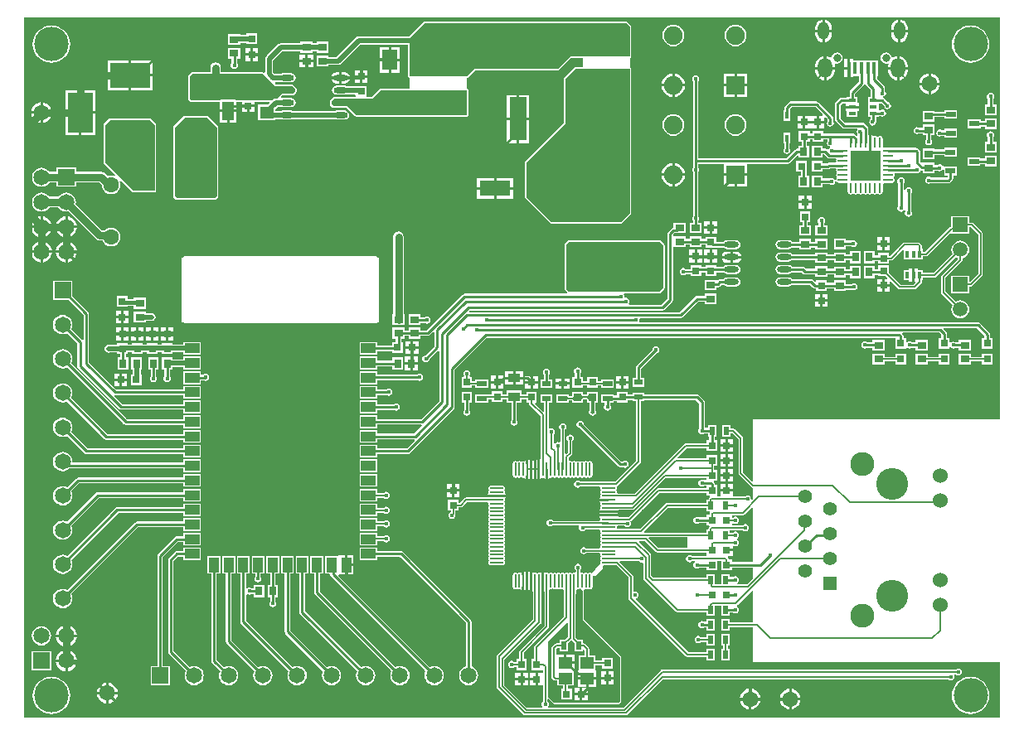
<source format=gtl>
%FSTAX23Y23*%
%MOIN*%
%SFA1B1*%

%IPPOS*%
%ADD12C,0.006000*%
%ADD14C,0.010000*%
%ADD20R,0.021700X0.035400*%
%ADD21R,0.031500X0.031500*%
%ADD22R,0.031500X0.031500*%
%ADD23R,0.031500X0.037400*%
%ADD24R,0.035400X0.021700*%
%ADD25R,0.039000X0.022400*%
%ADD26R,0.051200X0.035400*%
%ADD27R,0.037400X0.031500*%
%ADD28R,0.015700X0.031500*%
%ADD29R,0.039400X0.023600*%
%ADD30R,0.070900X0.173200*%
%ADD31R,0.061000X0.082700*%
%ADD32O,0.057100X0.023600*%
%ADD33R,0.055000X0.050000*%
%ADD34R,0.049200X0.076800*%
%ADD35C,0.063000*%
%ADD36O,0.059100X0.023600*%
%ADD37O,0.041300X0.009800*%
%ADD38O,0.009800X0.041300*%
%ADD39R,0.123200X0.123200*%
%ADD40R,0.031500X0.015700*%
%ADD41R,0.017700X0.051200*%
%ADD42R,0.059100X0.039400*%
%ADD43R,0.039400X0.059100*%
%ADD44O,0.055100X0.009800*%
%ADD45O,0.009800X0.055100*%
%ADD46R,0.055100X0.045300*%
%ADD47R,0.177200X0.068900*%
%ADD48R,0.216500X0.084600*%
%ADD49R,0.061000X0.126400*%
%ADD50R,0.124000X0.063000*%
%ADD101C,0.020000*%
%ADD102C,0.030000*%
%ADD103C,0.015000*%
%ADD104C,0.059100*%
%ADD105R,0.059100X0.059100*%
%ADD106R,0.075000X0.075000*%
%ADD107C,0.075000*%
%ADD108R,0.160000X0.100000*%
%ADD109R,0.100000X0.160000*%
%ADD110C,0.065000*%
%ADD111R,0.065000X0.065000*%
%ADD112C,0.031500*%
%ADD113O,0.045300X0.070900*%
%ADD114O,0.057100X0.078700*%
%ADD115R,0.065000X0.065000*%
%ADD116R,0.055000X0.055000*%
%ADD117C,0.055000*%
%ADD118C,0.060200*%
%ADD119C,0.128000*%
%ADD120C,0.096300*%
%ADD121C,0.138000*%
%ADD122C,0.015700*%
%ADD123C,0.019700*%
%LNv1.0-1*%
%LPD*%
G36*
X04933Y0337D02*
X0394D01*
Y03124*
X03935Y03122*
X03901Y03156*
Y03293*
X039Y03296*
X03898Y03299*
X03866Y03331*
X03863Y03333*
X0386Y03334*
X03851*
Y03348*
X03817*
Y03301*
X03851*
Y03315*
X03856Y03315*
X03882Y03289*
Y03153*
X03883Y03149*
X03885Y03146*
X03933Y03098*
X03936Y03096*
X0394Y03095*
Y03048*
X03937Y03046*
X03932Y03049*
X03932Y0305*
X03931Y03055*
X03928Y0306*
X03924Y03063*
X03918Y03064*
X03913Y03063*
X0391Y0306*
X03859*
Y0308*
X03834*
X03808*
Y0306*
X038*
X03796Y03063*
Y03106*
X03789*
X03786Y0311*
X03785Y03114*
X03782Y03117*
X03782Y03118*
X03784Y03123*
X03797*
Y03166*
X03784*
Y03183*
X03797*
Y03226*
X03753*
Y03214*
X03638*
X03636Y03218*
X03673Y03255*
X03753*
Y03243*
X03797*
Y03286*
X03786*
Y03301*
X03792*
Y03348*
X03758*
Y03336*
X03746*
Y0344*
X03745Y03444*
X03742Y03447*
X03722Y03467*
X03719Y0347*
X03715Y03471*
X03503*
Y03477*
X03456*
Y03471*
X03436*
Y03481*
X03393*
Y03466*
X0338*
Y03472*
X03329*
Y03437*
X03343*
Y03428*
X03341Y03425*
X0334Y0342*
X03341Y03414*
X03345Y0341*
X03349Y03406*
X03355Y03405*
X0336Y03406*
X03365Y0341*
X03368Y03414*
X03369Y0342*
X03368Y03425*
X03366Y03428*
Y03437*
X0338*
Y03443*
X03393*
Y03438*
X03436*
Y03448*
X03456*
Y03443*
X0347*
Y03203*
X03386Y03119*
X03245*
X03245Y0312*
X0324Y03123*
X03235Y03124*
X03229Y03123*
X03225Y0312*
X03221Y03115*
X0322Y0311*
X03221Y03104*
X03225Y031*
X03229Y03096*
X03235Y03095*
X0324Y03096*
X03245Y031*
X03245Y031*
X03322*
X03325Y03095*
X03325Y03094*
X03326Y0309*
X03328Y03086*
X03326Y03083*
X03325Y03078*
X03326Y03074*
X03328Y03071*
X03326Y03067*
X03325Y03063*
X03326Y03058*
X03326Y03058*
X03326Y03058*
X03322Y03053*
X03322Y03052*
X03334*
X03336Y03052*
X03359*
Y03042*
X03336*
X03334Y03042*
X03322*
X03322Y03041*
X03326Y03036*
X03326Y03036*
X03326Y03035*
X03325Y03031*
X03326Y03027*
X03328Y03023*
X03326Y0302*
X03325Y03015*
X03326Y03011*
X03326Y03011*
X03326Y0301*
X03322Y03005*
X03322Y03005*
X03334*
X03336Y03004*
X03359*
X03382*
X03384Y03005*
X03399*
X03401Y03006*
X03455*
X03459Y03007*
X03462Y03009*
X03588Y03135*
X03753*
Y03126*
X03743*
X0374Y03128*
X03735Y03129*
X03729Y03128*
X03725Y03125*
X03721Y0312*
X0372Y03115*
X03721Y03109*
X03725Y03105*
X03729Y03101*
X03735Y031*
X0374Y03101*
X03743Y03103*
X03753*
Y03094*
X0356*
X03556Y03093*
X03553Y03091*
X03439Y02977*
X03401*
X03399Y02979*
X03384*
X03382Y02979*
X03359*
X03336*
X03334Y02979*
X03322*
X03322Y02978*
X03326Y02973*
X03326Y02973*
X03326Y02972*
X03325Y02968*
X03325Y02967*
X03322Y02962*
X03136*
X03135Y02965*
X0313Y02968*
X03125Y02969*
X03119Y02968*
X03115Y02965*
X03111Y0296*
X0311Y02955*
X03111Y02949*
X03115Y02945*
X03119Y02941*
X03125Y0294*
X0313Y02941*
X03134Y02944*
X03239*
X03241Y02939*
X0324Y02934*
X03241Y02929*
X03245Y02924*
X03249Y02921*
X03255Y0292*
X0326Y02921*
X03265Y02924*
X03266Y02927*
X03322*
X03325Y02922*
X03325Y02921*
X03326Y02917*
X03328Y02913*
X03326Y02909*
X03325Y02905*
X03326Y02901*
X03328Y02897*
X03326Y02894*
X03325Y02889*
X03326Y02885*
X03328Y02882*
X03326Y02878*
X03325Y02874*
X03326Y02869*
X03328Y02866*
X03326Y02862*
X03325Y02858*
X03325Y02856*
X03322Y02851*
X0327*
X0327Y02852*
X03265Y02855*
X0326Y02856*
X03254Y02855*
X0325Y02852*
X03246Y02848*
X03245Y02842*
X03246Y02837*
X0325Y02832*
X03254Y02829*
X0326Y02828*
X03265Y02829*
X0327Y02832*
X0327Y02833*
X03322*
X03325Y02828*
X03325Y02826*
X03326Y02822*
X03328Y02819*
X03326Y02815*
X03325Y02811*
X03326Y02806*
X03328Y02803*
X03326Y02799*
X03325Y02795*
X03326Y02791*
X03327Y0279*
X03324Y02785*
X0332*
X03295Y02755*
X0329Y02752*
X03288Y02753*
X03284Y02754*
X0328Y02753*
X03276Y02751*
X03273Y02753*
X03268Y02754*
X03264Y02753*
X03261Y02751*
X03257Y02753*
X03253Y02754*
X03251Y02754*
X03246Y02757*
Y02764*
X03247Y02765*
X0325Y02769*
X03251Y02775*
X0325Y0278*
X03247Y02785*
X03242Y02788*
X03237Y02789*
X03231Y02788*
X03227Y02785*
X03224Y0278*
X03223Y02775*
X03224Y02769*
X03227Y02765*
X03228Y02764*
Y02757*
X03223Y02754*
X03221Y02754*
X03217Y02753*
X03213Y02751*
X0321Y02753*
X03205Y02754*
X03201Y02753*
X03198Y02751*
X03194Y02753*
X0319Y02754*
X03185Y02753*
X03182Y02751*
X03178Y02753*
X03174Y02754*
X0317Y02753*
X03166Y02751*
X03162Y02753*
X03158Y02754*
X03154Y02753*
X0315Y02751*
X03147Y02753*
X03142Y02754*
X03138Y02753*
X03135Y02751*
X03131Y02753*
X03127Y02754*
X03122Y02753*
X03119Y02751*
X03115Y02753*
X03111Y02754*
X03107Y02753*
X03106Y02753*
X03106Y02754*
X03101Y02757*
X031Y02757*
Y02745*
X031Y02743*
Y0272*
Y02698*
X031Y02696*
Y0268*
X03102Y02678*
Y0254*
X03003Y02441*
X03001Y02438*
X03Y02435*
Y02406*
X02988*
Y02394*
X0298*
X0298Y02395*
X02975Y02398*
X0297Y02399*
X02964Y02398*
X0296Y02395*
X02956Y0239*
X02955Y02385*
X02956Y02379*
X0296Y02375*
X02964Y02371*
X0297Y0237*
X02975Y02371*
X0298Y02375*
X0298Y02375*
X02988*
Y02362*
X03031*
Y02406*
X03019*
Y02431*
X03117Y02529*
X03119Y02532*
X0312Y02536*
Y02683*
X03125Y02687*
X03127Y02686*
X03131Y02687*
X03135Y0269*
X03138Y02687*
X03142Y02686*
X03147Y02687*
X0315Y0269*
X03154Y02687*
X03158Y02686*
X03162Y02687*
X03166Y0269*
X0317Y02687*
X03174Y02686*
X03175Y02687*
X0318Y02683*
Y02578*
X03063Y02461*
X03061Y02458*
X0306Y02455*
Y02406*
X03048*
Y02362*
X03091*
X03095Y0236*
Y02356*
X03095Y02351*
X0309*
X03075*
Y02325*
Y02299*
X03095*
X03095Y02294*
Y02235*
X03095Y02235*
X03091Y0223*
X0309Y02225*
X03091Y02219*
X03094Y02216*
X03092Y02212*
X03092Y02211*
X03031*
X02941Y02301*
Y02403*
X03086Y02548*
X03088Y02551*
X03089Y02554*
Y02678*
X0309Y0268*
Y02696*
X03091Y02698*
Y0272*
Y02743*
X0309Y02745*
Y02757*
X03089Y02757*
X03084Y02754*
X03084Y02753*
X03084Y02753*
X03079Y02754*
X03075Y02753*
X03072Y02751*
X03068Y02753*
X03064Y02754*
X03059Y02753*
X03059Y02753*
X03059Y02754*
X03054Y02757*
X03053Y02757*
Y02745*
X03053Y02743*
Y0272*
Y02698*
X03053Y02696*
Y0268*
X03055Y02678*
Y02565*
X02913Y02423*
X02911Y0242*
X0291Y02417*
Y02293*
X02911Y02289*
X02913Y02286*
X03016Y02183*
X03019Y02181*
X03023Y0218*
X0343*
X03433Y02181*
X03436Y02183*
X03578Y02325*
X04724*
X04725Y02325*
X04729Y02321*
X04735Y0232*
X0474Y02321*
X04745Y02325*
X04748Y02329*
X04749Y02335*
X04748Y0234*
X04747Y0234*
X0475Y02344*
X04754Y02345*
X04755*
X04759Y02341*
X04765Y0234*
X0477Y02341*
X04775Y02345*
X04778Y02349*
X04779Y02355*
X04778Y0236*
X04775Y02365*
X0477Y02368*
X04765Y02369*
X04759Y02368*
X04755Y02365*
X04754Y02364*
X03575*
X03571Y02363*
X03568Y02361*
X03418Y02211*
X03118*
X03117Y02212*
X03115Y02216*
X03118Y02219*
X03119Y02225*
X03118Y0223*
X03115Y02235*
X03114Y02235*
Y02244*
X03118Y02246*
X0314Y02225*
X034*
X03403Y02228*
X0341Y02235*
Y02239*
Y02415*
X03405Y02419*
X03262Y02562*
X0326Y02567*
Y02684*
X03263Y02688*
X03264Y02687*
X03268Y02686*
X03273Y02687*
X03276Y0269*
X0328Y02687*
X03284Y02686*
X03288Y02687*
X03292Y0269*
X03294Y02693*
X03295Y02698*
Y0274*
X0331*
X03335Y0277*
Y0278*
X0334Y02784*
X03382*
X03386Y02785*
X03388Y02786*
X03389*
X0344Y02734*
Y02652*
X03441Y02648*
X03443Y02645*
X0367Y02418*
X03673Y02416*
X03677Y02415*
X03753*
Y02401*
X03787*
Y02448*
X03753*
Y02434*
X0368*
X03468Y02646*
X0347Y02651*
X03472Y02651*
X03476Y02655*
X03479Y02659*
X03481Y02665*
X03479Y0267*
X03476Y02675*
X03472Y02678*
X03466Y02679*
X03464Y02678*
X03459Y02682*
Y02738*
X03458Y02742*
X03456Y02745*
X03404Y02796*
X03406Y02801*
X0348*
X03482Y02799*
X03486Y02795*
X03492Y02794*
X03495Y02795*
X035Y02792*
Y0273*
X03501Y02726*
X03503Y02723*
X03628Y02598*
X03631Y02596*
X03635Y02595*
X03753*
Y02581*
X03787*
Y02622*
X03812*
Y02581*
X03846*
Y02593*
X03861*
X03864Y02591*
X0387Y0259*
X03875Y02591*
X0388Y02595*
X03883Y02599*
X03884Y02605*
X03883Y0261*
X0388Y02615*
X03875Y02618*
X03875*
Y02623*
X03875*
X03878Y02625*
X03935Y02682*
X0394Y0268*
Y02554*
X03846*
Y02568*
X03812*
Y02521*
X03846*
Y02535*
X0394*
Y02395*
X04933*
Y02171*
X01011*
Y04988*
X04933*
Y0337*
G37*
G36*
X03723Y03435D02*
Y03333D01*
X03721Y0333*
X0372Y03325*
X03721Y03319*
X03725Y03315*
X03729Y03311*
X03735Y0331*
X0374Y03311*
X03743Y03313*
X03758*
Y03301*
X03764*
Y03286*
X03753*
Y03274*
X0367*
X03666Y03273*
X03663Y03271*
X03464Y03072*
X03396*
X03392Y03077*
X03393Y03078*
X03392Y03083*
X03389Y03086*
X03392Y0309*
X03393Y03094*
X03392Y03098*
X03393Y03101*
X03393*
X03396Y03103*
X03486Y03193*
X03488Y03196*
X03489Y032*
Y03443*
X03503*
Y03448*
X0371*
X03723Y03435*
G37*
G36*
X03753Y03001D02*
X03765D01*
X03767Y02996*
X03766Y02995*
X03765Y02991*
Y02986*
X03753*
Y02976*
X03723*
X0372Y02978*
X03715Y02979*
X03709Y02978*
X03705Y02975*
X03701Y0297*
X037Y02965*
X03701Y02959*
X03705Y02955*
X03709Y02951*
X03715Y0295*
X0372Y02951*
X03723Y02953*
X03753*
Y02943*
X03763*
X03765Y02938*
X03764Y02937*
X03762Y02934*
X03761Y0293*
Y02928*
X03753*
Y02914*
X03504*
X03502Y02919*
X03598Y03015*
X03753*
Y03001*
G37*
G36*
X0394Y03015D02*
Y02796D01*
X03856*
Y02806*
X03843*
X03843Y02809*
X03841Y02812*
X03838Y02814*
X0384Y02819*
X0386*
Y0284*
X03834*
Y0285*
X0386*
Y02859*
X03862Y0286*
X03865Y02861*
X0387Y0286*
X03875Y02861*
X0388Y02865*
X03883Y02869*
X03884Y02875*
X03883Y0288*
X0388Y02885*
X03876Y02887*
X03876Y02888*
Y02891*
X03876Y02892*
X0388Y02895*
X03883Y02899*
X03884Y02905*
X03883Y0291*
X0388Y02915*
X03875Y02918*
X0387Y02919*
X03864Y02918*
X0386Y02915*
X03859Y02914*
X03846*
Y02925*
X03899*
X039Y02925*
X03904Y02921*
X0391Y0292*
X03915Y02921*
X0392Y02925*
X03923Y02929*
X03924Y02935*
X03923Y0294*
X0392Y02945*
X03915Y02948*
X0391Y02949*
X03904Y02948*
X039Y02945*
X03899Y02944*
X03856*
Y02951*
X03857Y02952*
X03861Y02954*
X03864Y02951*
X0387Y0295*
X03875Y02951*
X0388Y02955*
X03883Y02959*
X03884Y02965*
X03883Y0297*
X0388Y02975*
X03875Y02978*
X0387Y02979*
X03864Y02978*
X03861Y02975*
X03857Y02977*
X03856Y02978*
Y02985*
X039*
X03903Y02986*
X03906Y02988*
X03935Y03017*
X0394Y03015*
G37*
G36*
X03753Y03063D02*
X03766D01*
X03767Y03058*
X03767Y03058*
X03764Y03054*
X03762Y03051*
X03761Y03048*
X03753*
Y03034*
X03595*
X03591Y03033*
X03588Y03031*
X03487Y0293*
X03396*
X03392Y02935*
X03393Y02937*
X03392Y02938*
X03396Y02943*
X03423*
X03425Y02941*
X03429Y02938*
X03435Y02937*
X0344Y02938*
X03445Y02941*
X03448Y02946*
X03449Y02951*
X03448Y02957*
X03447Y02957*
X03447Y0296*
X0345Y02962*
X03563Y03075*
X03753*
Y03063*
G37*
G36*
X03675Y02854D02*
X03558D01*
X03521Y02891*
X03523Y02896*
X03675*
Y02854*
G37*
G36*
X03548Y02838D02*
X03551Y02836D01*
X03555Y02835*
X03753*
Y02823*
X0375Y02819*
X03695*
X03695Y0282*
X0369Y02823*
X03685Y02824*
X03679Y02823*
X03675Y0282*
X03671Y02815*
X0367Y0281*
X03671Y02804*
X03675Y028*
X03679Y02796*
X03685Y02795*
X0369Y02796*
X03695Y028*
X03695Y02801*
X03705*
X03706Y02796*
X03705Y02795*
X03701Y0279*
X037Y02785*
X03701Y02779*
X03705Y02775*
X03709Y02771*
X03715Y0277*
X0372Y02771*
X03723Y02773*
X03753*
Y02763*
X03797*
Y02801*
X03812*
Y02763*
X03856*
Y02773*
X0394*
Y02729*
X03917Y02707*
X03877*
X03876Y02709*
X03876Y02712*
X0388Y02715*
X03883Y02719*
X03884Y02725*
X03883Y0273*
X0388Y02735*
X03875Y02738*
X0387Y02739*
X03864Y02738*
X03861Y02736*
X03846*
Y02748*
X03812*
Y02707*
X03787*
Y02748*
X03753*
Y02734*
X03538*
X03531Y02741*
Y02823*
X0353Y02826*
X03528Y02829*
X03482Y02875*
X03484Y0288*
X03506*
X03548Y02838*
G37*
G36*
X03248Y02687D02*
X0325Y02687D01*
X03253Y02685*
X03255Y02682*
Y02565*
X03259Y0256*
X03402Y02417*
X03405Y02412*
Y02237*
X03402Y02232*
X03402Y02232*
X03397Y0223*
X03142*
X03137Y02232*
X03115Y02255*
Y02255*
Y02475*
X03191Y02551*
X03196Y02549*
Y02496*
X03184Y02483*
X03163*
Y02469*
X0315*
X03146Y02468*
X03143Y02466*
X03133Y02456*
X03131Y02453*
X0313Y0245*
Y02335*
X03131Y02331*
X03133Y02328*
X0314Y02322*
X03143Y0232*
X03146Y02319*
X03153*
Y02299*
X03177*
Y02286*
X03168*
Y02243*
X03212*
Y02286*
X03195*
Y02299*
X0322*
Y02357*
X03224Y02358*
Y02386*
X03186*
Y02391*
X03181*
Y02424*
X03149*
Y02446*
X03153Y0245*
X03163*
Y02436*
X03197*
Y0247*
X03208Y02482*
X03211Y02481*
X03222Y0247*
Y02436*
X03256*
Y02443*
X0326Y02445*
X03264Y02442*
Y0242*
X03239*
Y02363*
X03235Y02361*
Y0236*
Y02333*
X03273*
X0331*
Y0236*
Y02361*
X03306Y02363*
Y02366*
Y02382*
X03333*
Y02367*
X03376*
Y02411*
X03333*
Y024*
X03306*
Y0242*
X03282*
Y02446*
X03281Y0245*
X03279Y02453*
X03266Y02466*
X03263Y02468*
X0326Y02469*
X03256*
Y02483*
X03235*
X03227Y02492*
Y02666*
X03228Y02667*
X0323Y0267*
X0323Y02673*
Y02683*
X03235Y02687*
X03237Y02686*
X03241Y02687*
X03245Y0269*
X03248Y02687*
G37*
%LNv1.0-2*%
%LPC*%
G36*
X04534Y04978D02*
Y04938D01*
X04562*
Y04946*
X04561Y04954*
X04557Y04962*
X04552Y04969*
X04545Y04974*
X04537Y04977*
X04534Y04978*
G37*
G36*
X04229D02*
Y04938D01*
X04257*
Y04946*
X04255Y04954*
X04252Y04962*
X04247Y04969*
X0424Y04974*
X04232Y04977*
X04229Y04978*
G37*
G36*
X04219D02*
X04215Y04977D01*
X04207Y04974*
X042Y04969*
X04195Y04962*
X04192Y04954*
X04191Y04946*
Y04938*
X04219*
Y04978*
G37*
G36*
X04524D02*
X0452Y04977D01*
X04512Y04974*
X04506Y04969*
X045Y04962*
X04497Y04954*
X04496Y04946*
Y04938*
X04524*
Y04978*
G37*
G36*
X01946Y04923D02*
X01903D01*
Y04916*
X01879*
Y0492*
X0183*
Y04876*
X01879*
Y04883*
X01903*
Y04879*
X01946*
Y04923*
G37*
G36*
X04562Y04928D02*
X04534D01*
Y04888*
X04537Y04888*
X04545Y04892*
X04552Y04897*
X04557Y04904*
X04561Y04912*
X04562Y0492*
Y04928*
G37*
G36*
X04219D02*
X04191D01*
Y0492*
X04192Y04912*
X04195Y04904*
X042Y04897*
X04207Y04892*
X04215Y04888*
X04219Y04888*
Y04928*
G37*
G36*
X04257D02*
X04229D01*
Y04888*
X04232Y04888*
X0424Y04892*
X04247Y04897*
X04252Y04904*
X04255Y04912*
X04257Y0492*
Y04928*
G37*
G36*
X04524D02*
X04496D01*
Y0492*
X04497Y04912*
X045Y04904*
X04506Y04897*
X04512Y04892*
X0452Y04888*
X04524Y04888*
Y04928*
G37*
G36*
X0387Y04958D02*
X03858Y04957D01*
X03848Y04953*
X03839Y04946*
X03832Y04936*
X03827Y04926*
X03826Y04915*
X03827Y04903*
X03832Y04893*
X03839Y04884*
X03848Y04877*
X03858Y04872*
X0387Y04871*
X03881Y04872*
X03891Y04877*
X03901Y04884*
X03908Y04893*
X03912Y04903*
X03913Y04915*
X03912Y04926*
X03908Y04936*
X03901Y04946*
X03891Y04953*
X03881Y04957*
X0387Y04958*
G37*
G36*
X0362D02*
X03608Y04957D01*
X03598Y04953*
X03589Y04946*
X03582Y04936*
X03577Y04926*
X03576Y04915*
X03577Y04903*
X03582Y04893*
X03589Y04884*
X03598Y04877*
X03608Y04872*
X0362Y04871*
X03631Y04872*
X03641Y04877*
X03651Y04884*
X03658Y04893*
X03662Y04903*
X03663Y04915*
X03662Y04926*
X03658Y04936*
X03651Y04946*
X03641Y04953*
X03631Y04957*
X0362Y04958*
G37*
G36*
X02169Y04889D02*
X0212D01*
Y04883*
X02042*
X02036Y04882*
X02031Y04879*
X01983Y04831*
X01979Y04826*
X01978Y0482*
Y04767*
X01973Y04765*
X0197Y04766*
X01801*
Y04785*
X01799Y04793*
X01795Y048*
X01788Y04804*
X0178Y04806*
X01771Y04804*
X01764Y048*
X0176Y04793*
X01758Y04785*
Y04766*
X01685*
X0168Y04764*
X0167Y04754*
X01668Y0475*
Y0466*
X0167Y04655*
X01675Y0465*
X0168Y04648*
X01795*
Y04616*
X01864*
Y04648*
X01886*
Y04637*
X01911*
X01937*
Y04648*
X01996*
X01998Y04643*
X0199Y04636*
X01951*
Y04574*
X02018*
Y04578*
X02043*
X02044Y04578*
X02051Y04576*
X02084*
X02091Y04578*
X02092Y04578*
X02257*
X02258Y04578*
X02265Y04576*
X02299*
X02306Y04578*
X02311Y04582*
X02315Y04588*
X02317Y04595*
X02315Y04601*
X02311Y04607*
X02306Y04611*
X02299Y04613*
X02265*
X02258Y04611*
X02257Y04611*
X02092*
X02091Y04611*
X02084Y04613*
X02051*
X02044Y04611*
X02043Y04611*
X02018*
Y04617*
X02029Y04628*
X02043*
X02044Y04628*
X02051Y04626*
X02084*
X02091Y04628*
X02097Y04632*
X02101Y04638*
X02102Y04645*
X02101Y04651*
X02097Y04657*
X02091Y04661*
X02084Y04663*
X02051*
X02044Y04661*
X02043Y04662*
X02043Y04669*
X02047Y04673*
X0209*
X02094Y04675*
X02104Y04685*
X02106Y0469*
Y047*
X02104Y04704*
X02094Y04714*
X0209Y04716*
X02022*
X02018Y0472*
Y04726*
X02022Y04728*
X02043*
X02044Y04728*
X02051Y04726*
X02084*
X02091Y04728*
X02097Y04732*
X02101Y04738*
X02102Y04745*
X02101Y04751*
X02097Y04757*
X02091Y04761*
X02084Y04763*
X02051*
X02044Y04761*
X02043Y04761*
X02016*
X02011Y04766*
Y04813*
X02049Y04851*
X0212*
Y04845*
X02169*
Y04851*
X02185*
Y04845*
X02234*
Y04889*
X02185*
Y04883*
X02169*
Y04889*
G37*
G36*
X0195Y04864D02*
X0193D01*
Y04843*
X0195*
Y04864*
G37*
G36*
X0192D02*
X01899D01*
Y04843*
X0192*
Y04864*
G37*
G36*
X04278Y04847D02*
X04269Y04845D01*
X04262Y0484*
X04257Y04833*
X04256Y04828*
X04251Y04826*
X04249Y04828*
X0424Y04832*
X04235Y04832*
Y04788*
X04268*
Y04794*
X04268Y048*
X04272Y04804*
X04278Y04802*
X04286Y04804*
X04293Y04809*
X04298Y04816*
X043Y04825*
X04298Y04833*
X04293Y0484*
X04286Y04845*
X04278Y04847*
G37*
G36*
X0252Y04868D02*
X02485D01*
Y04821*
X0252*
Y04868*
G37*
G36*
X02475D02*
X02439D01*
Y04821*
X02475*
Y04868*
G37*
G36*
X02173Y04838D02*
X0215D01*
Y04817*
X02173*
Y04838*
G37*
G36*
X0214D02*
X02116D01*
Y04817*
X0214*
Y04838*
G37*
G36*
X0195Y04833D02*
X0193D01*
Y04812*
X0195*
Y04833*
G37*
G36*
X0192D02*
X01899D01*
Y04812*
X0192*
Y04833*
G37*
G36*
X04815Y04955D02*
X048Y04953D01*
X04786Y04949*
X04773Y04942*
X04761Y04933*
X04752Y04921*
X04745Y04908*
X04741Y04894*
X04739Y0488*
X04741Y04865*
X04745Y04851*
X04752Y04838*
X04761Y04826*
X04773Y04817*
X04786Y0481*
X048Y04806*
X04815Y04804*
X04829Y04806*
X04843Y0481*
X04856Y04817*
X04868Y04826*
X04877Y04838*
X04884Y04851*
X04888Y04865*
X0489Y0488*
X04888Y04894*
X04884Y04908*
X04877Y04921*
X04868Y04933*
X04856Y04942*
X04843Y04949*
X04829Y04953*
X04815Y04955*
G37*
G36*
X0112D02*
X01105Y04953D01*
X01091Y04949*
X01078Y04942*
X01066Y04933*
X01057Y04921*
X0105Y04908*
X01046Y04894*
X01044Y0488*
X01046Y04865*
X0105Y04851*
X01057Y04838*
X01066Y04826*
X01078Y04817*
X01091Y0481*
X01105Y04806*
X0112Y04804*
X01134Y04806*
X01148Y0481*
X01161Y04817*
X01173Y04826*
X01182Y04838*
X01189Y04851*
X01193Y04865*
X01195Y0488*
X01193Y04894*
X01189Y04908*
X01182Y04921*
X01173Y04933*
X01161Y04942*
X01148Y04949*
X01134Y04953*
X0112Y04955*
G37*
G36*
X04528Y04832D02*
Y04788D01*
X04562*
Y04794*
X0456Y04804*
X04557Y04814*
X0455Y04822*
X04542Y04828*
X04533Y04832*
X04528Y04832*
G37*
G36*
X0432Y04819D02*
X04306D01*
Y04788*
X0432*
Y04819*
G37*
G36*
X04225Y04832D02*
X0422Y04832D01*
X0421Y04828*
X04202Y04822*
X04196Y04814*
X04192Y04804*
X04191Y04794*
Y04788*
X04225*
Y04832*
G37*
G36*
X04475Y04847D02*
X04466Y04845D01*
X04459Y0484*
X04454Y04833*
X04452Y04825*
X04454Y04816*
X04459Y04809*
X04466Y04804*
X04475Y04802*
X0448Y04804*
X04485Y048*
X04484Y04794*
Y04788*
X04518*
Y04832*
X04513Y04832*
X04503Y04828*
X04502Y04826*
X04496Y04828*
X04495Y04833*
X0449Y0484*
X04483Y04845*
X04475Y04847*
G37*
G36*
X02173Y04807D02*
X0215D01*
Y04786*
X02173*
Y04807*
G37*
G36*
X0214D02*
X02116D01*
Y04786*
X0214*
Y04807*
G37*
G36*
X01879Y04865D02*
X0183D01*
Y04821*
X01843*
Y04803*
X01841Y048*
X0184Y04795*
X01841Y04789*
X01845Y04785*
X01849Y04781*
X01855Y0478*
X0186Y04781*
X01865Y04785*
X01868Y04789*
X01869Y04795*
X01868Y048*
X01866Y04803*
Y04821*
X01879*
Y04865*
G37*
G36*
X0252Y04811D02*
X02485D01*
Y04765*
X0252*
Y04811*
G37*
G36*
X02475D02*
X02439D01*
Y04765*
X02475*
Y04811*
G37*
G36*
X01525Y04815D02*
X0144D01*
Y0476*
X01525*
Y04815*
G37*
G36*
X0143D02*
X01345D01*
Y0476*
X0143*
Y04815*
G37*
G36*
X0239Y04774D02*
X0237D01*
Y04754*
X0239*
Y04774*
G37*
G36*
X0236D02*
X02339D01*
Y04754*
X0236*
Y04774*
G37*
G36*
X02299Y04767D02*
X02287D01*
Y0475*
X0232*
X02319Y04753*
X02314Y0476*
X02307Y04765*
X02299Y04767*
G37*
G36*
X02277D02*
X02265D01*
X02257Y04765*
X02249Y0476*
X02245Y04753*
X02244Y0475*
X02277*
Y04767*
G37*
G36*
X0432Y04778D02*
X04306D01*
Y04748*
X0432*
Y04778*
G37*
G36*
X04562D02*
X04528D01*
Y04734*
X04533Y04735*
X04542Y04739*
X0455Y04745*
X04557Y04753*
X0456Y04762*
X04562Y04772*
Y04778*
G37*
G36*
X04225D02*
X04191D01*
Y04772*
X04192Y04762*
X04196Y04753*
X04202Y04745*
X0421Y04739*
X0422Y04735*
X04225Y04734*
Y04778*
G37*
G36*
X04268D02*
X04235D01*
Y04734*
X0424Y04735*
X04249Y04739*
X04257Y04745*
X04263Y04753*
X04267Y04762*
X04268Y04772*
Y04778*
G37*
G36*
X04518D02*
X04484D01*
Y04772*
X04485Y04762*
X04489Y04753*
X04495Y04745*
X04503Y04739*
X04513Y04735*
X04518Y04734*
Y04778*
G37*
G36*
X04655Y04761D02*
Y04725D01*
X04691*
X0469Y0473*
X04686Y0474*
X04679Y04749*
X0467Y04756*
X0466Y0476*
X04655Y04761*
G37*
G36*
X04645D02*
X04639Y0476D01*
X04629Y04756*
X0462Y04749*
X04613Y0474*
X04609Y0473*
X04608Y04725*
X04645*
Y04761*
G37*
G36*
X0239Y04744D02*
X0237D01*
Y04723*
X0239*
Y04744*
G37*
G36*
X0236D02*
X02339D01*
Y04723*
X0236*
Y04744*
G37*
G36*
X0232Y0474D02*
X02287D01*
Y04722*
X02299*
X02307Y04724*
X02314Y04729*
X02319Y04736*
X0232Y0474*
G37*
G36*
X02277D02*
X02244D01*
X02245Y04736*
X02249Y04729*
X02257Y04724*
X02265Y04722*
X02277*
Y0474*
G37*
G36*
X03917Y04762D02*
X03875D01*
Y0472*
X03917*
Y04762*
G37*
G36*
X03625Y04762D02*
Y0472D01*
X03667*
X03666Y04727*
X03661Y04739*
X03653Y04748*
X03644Y04756*
X03632Y04761*
X03625Y04762*
G37*
G36*
X03615D02*
X03607Y04761D01*
X03596Y04756*
X03586Y04748*
X03578Y04739*
X03573Y04727*
X03572Y0472*
X03615*
Y04762*
G37*
G36*
X03865Y04762D02*
X03822D01*
Y0472*
X03865*
Y04762*
G37*
G36*
X01525Y0475D02*
X0144D01*
Y04695*
X01525*
Y0475*
G37*
G36*
X0143D02*
X01345D01*
Y04695*
X0143*
Y0475*
G37*
G36*
X04691Y04715D02*
X04655D01*
Y04678*
X0466Y04679*
X0467Y04683*
X04679Y0469*
X04686Y04699*
X0469Y04709*
X04691Y04715*
G37*
G36*
X04645D02*
X04608D01*
X04609Y04709*
X04613Y04699*
X0462Y0469*
X04629Y04683*
X04639Y04679*
X04645Y04678*
Y04715*
G37*
G36*
X03667Y0471D02*
X03625D01*
Y04667*
X03632Y04668*
X03644Y04673*
X03653Y04681*
X03661Y04691*
X03666Y04702*
X03667Y0471*
G37*
G36*
X03615D02*
X03572D01*
X03573Y04702*
X03578Y04691*
X03586Y04681*
X03596Y04673*
X03607Y04668*
X03615Y04667*
Y0471*
G37*
G36*
X03917D02*
X03875D01*
Y04667*
X03917*
Y0471*
G37*
G36*
X03865D02*
X03822D01*
Y04667*
X03865*
Y0471*
G37*
G36*
X04344Y04819D02*
X0433D01*
Y04783*
Y04748*
X04344*
Y04752*
X04365*
Y04727*
X04331Y04693*
X04329Y04689*
X04328Y04685*
Y04667*
X04317*
Y04664*
X04295*
X04291Y04663*
X04287Y04661*
X04273Y04647*
X04271Y04643*
X0427Y04639*
Y04577*
X04271Y04573*
X04273Y0457*
X04298Y04545*
X04302Y04542*
X04306Y04541*
X04358*
X04359Y0454*
X0436Y04536*
X04358Y04533*
X04357Y04527*
X04358Y04522*
X04361Y04518*
Y04513*
X04356Y04511*
X04351Y04515*
X04348Y04518*
X04343Y04519*
X04331*
X04223*
Y04529*
X04179*
Y04519*
X04168*
Y04529*
X04124*
Y04486*
X04135*
Y04472*
X04122*
Y04459*
X04116*
X04112Y04458*
X04108Y04455*
X04074Y04421*
X03721*
Y04731*
X03723Y04734*
X03724Y0474*
X03723Y04745*
X0372Y0475*
X03715Y04753*
X0371Y04754*
X03704Y04753*
X037Y0475*
X03696Y04745*
X03695Y0474*
X03696Y04734*
X03698Y04731*
Y0441*
Y04383*
X03696Y0438*
X03695Y04375*
X03696Y04369*
X03698Y04366*
Y04188*
X03696Y04185*
X03695Y0418*
X03696Y04174*
X03698Y04171*
Y04162*
X03685*
Y04119*
X03734*
Y04162*
X03721*
Y04171*
X03723Y04174*
X03724Y0418*
X03723Y04185*
X03721Y04188*
Y04366*
X03723Y04369*
X03724Y04375*
X03723Y0438*
X03721Y04383*
Y04398*
X03822*
Y0436*
X0387*
X03917*
Y04398*
X04078*
X04083Y04399*
X04086Y04402*
X04117Y04432*
X04122Y0443*
Y04423*
X04165*
Y04472*
X04157*
Y04486*
X04168*
Y04496*
X04179*
Y04486*
X04223*
Y04496*
X0424*
Y04491*
X04238Y04488*
X04237Y04482*
X04238Y04477*
X04241Y04472*
X04246Y04469*
X0425Y04469*
X0425Y04466*
X0425Y04463*
X04246Y04461*
X04244Y04458*
X04241Y04456*
X04238*
X04236Y04458*
X04231Y04459*
X04221*
Y04472*
X04177*
Y04423*
X04221*
Y04436*
X04227*
X04239Y04424*
X04243Y04421*
X04247Y04421*
X04272*
X04274Y04418*
X04275Y04416*
X04274Y04412*
X04275Y04409*
X04274Y04406*
X04272Y04404*
X04246*
X04242Y04403*
X04238Y044*
X04237Y04399*
X0422*
Y04409*
X04177*
Y04366*
X0422*
Y04376*
X04241*
X04246Y04377*
X04249Y0438*
X04251Y04381*
X04272*
X04274Y04379*
X04275Y04376*
X04274Y04373*
X04275Y04369*
X04277Y04365*
Y04361*
X04275Y04357*
X04274Y04353*
X04275Y04349*
X04277Y04345*
Y04341*
X04275Y04338*
X04274Y04334*
X04274Y04333*
X0427Y04333*
X04267Y04336*
X04266Y04337*
X04262Y04341*
X04256Y04342*
X04251Y04341*
X04248Y04339*
X04221*
Y04352*
X04177*
Y04303*
X04221*
Y04316*
X04248*
X04251Y04314*
X04256Y04313*
X04262Y04314*
X04266Y04317*
X04269Y04322*
X0427Y04324*
X04271Y04328*
X04275Y04329*
X04275Y04329*
X04277Y04326*
X04281Y04323*
X04285Y04322*
X04317*
X04317Y04322*
X04322Y04318*
X04321Y04318*
Y04286*
X04322Y04282*
X04325Y04278*
X04328Y04276*
X04332Y04275*
X04337Y04276*
X0434Y04278*
X04344*
X04348Y04276*
X04352Y04275*
X04356Y04276*
X0436Y04278*
X04364*
X04368Y04276*
X04372Y04275*
X04376Y04276*
X0438Y04278*
X04384*
X04387Y04276*
X04392Y04275*
X04396Y04276*
X04399Y04278*
X04403*
X04407Y04276*
X04411Y04275*
X04415Y04276*
X04419Y04278*
X04423*
X04427Y04276*
X04431Y04275*
X04435Y04276*
X04439Y04278*
X04443*
X04446Y04276*
X04451Y04275*
X04455Y04276*
X04458Y04278*
X04461Y04282*
X04462Y04286*
Y04318*
X04462Y04318*
X04466Y04322*
X04466Y04322*
X04498*
X04502Y04323*
X04506Y04326*
X04508Y04329*
X04509Y04333*
X04508Y04338*
X04506Y04341*
Y04345*
X04508Y04349*
X04509Y04353*
X04508Y04356*
X0451Y0436*
X04511Y04361*
X04592*
X04594Y0436*
X04599Y04359*
X04604Y0436*
X04609Y04364*
X04612Y04368*
X04613Y0437*
X04618Y04374*
X04618Y04374*
X04618Y04374*
X04622Y04371*
Y04361*
X04671*
Y04371*
X04683*
X04686Y04369*
X04691Y04368*
X04697Y04369*
X04701Y04372*
X04703Y04376*
X04708Y04374*
Y04352*
X04723*
Y04345*
X04722Y04344*
X04654*
X04652Y04346*
X04646Y04347*
X04641Y04346*
X04636Y04342*
X04633Y04338*
X04632Y04332*
X04633Y04327*
X04636Y04322*
X04641Y04319*
X04646Y04318*
X04652Y04319*
X04654Y04321*
X04726*
X04731Y04322*
X04734Y04325*
X04742Y04332*
X04744Y04336*
X04745Y0434*
Y04352*
X0476*
Y04388*
X04709*
X04708*
X04704Y04389*
X04701Y04392*
X04697Y04396*
X04691Y04397*
X04686Y04396*
X04683Y04394*
X04671*
Y04404*
X04622*
X04617Y04402*
X04612Y04407*
Y04446*
X04612Y0445*
X04609Y04454*
X04603Y04459*
X046Y04462*
X04595Y04463*
X04482*
X04482Y04463*
X04466*
X04466Y04462*
X04462Y04467*
X04462Y04467*
Y04499*
X04461Y04503*
X04458Y04507*
X04455Y04509*
X04451Y0451*
X04446Y04509*
X04443Y04507*
X04439*
X04435Y04509*
X04431Y0451*
X04427Y04509*
X04426Y04509*
X04422Y0451*
X04417Y04513*
X04416Y04513*
Y04483*
X04406*
Y04514*
X04403Y04517*
Y04542*
X04402Y04546*
X04399Y0455*
X04389Y0456*
X04386Y04563*
X04381Y04564*
X04311*
X04292Y04582*
Y04634*
X043Y04642*
X04313*
Y04632*
X04339*
X04365*
Y04645*
X04361*
Y04667*
X0435*
Y0468*
X04384Y04715*
X04386Y04718*
X04388Y04718*
X04389Y04718*
X04392Y04718*
X04394Y04714*
X04412Y04696*
Y04667*
X04402*
Y04639*
Y04614*
Y04588*
X04412*
Y04577*
X04411Y04576*
X04408Y04572*
X04407Y04566*
X04408Y04561*
X04411Y04556*
X04416Y04553*
X04421Y04552*
X04427Y04553*
X04431Y04556*
X04434Y04561*
X04435Y04566*
X04435Y04569*
Y04588*
X04445*
Y04591*
X04453*
X04456Y04589*
X04461Y04588*
X04467Y04589*
X04471Y04592*
X04474Y04597*
X04475Y04602*
X04474Y04608*
X04471Y04612*
X04467Y04616*
X04461Y04617*
X04456Y04616*
X04453Y04613*
X04445*
Y04642*
X04456*
X04468Y0463*
X04468Y04627*
X04471Y04622*
X04476Y04619*
X04481Y04618*
X04487Y04619*
X04491Y04622*
X04494Y04627*
X04495Y04632*
X04494Y04638*
X04491Y04642*
X04487Y04646*
X04483Y04646*
X04469Y04661*
X04465Y04663*
X04464Y04664*
Y04669*
X04467Y04669*
X04471Y04672*
X04474Y04677*
X04475Y04682*
X04474Y04688*
X04471Y04692*
Y04704*
X0447Y04708*
X04468Y04711*
X04439Y04741*
Y04752*
X04442*
Y04815*
X04344*
Y04819*
G37*
G36*
X04196Y04649D02*
D01*
X04091*
X04087Y04648*
X04083Y04645*
X04069Y04631*
X04067Y04628*
X04066Y04623*
Y04614*
X04062*
Y04571*
X0409*
Y04614*
X0409*
X04089Y04619*
X04096Y04626*
X04192*
X04221Y04597*
X04219Y04592*
X04206*
Y04572*
X04227*
Y04584*
X04232Y04586*
X0424Y04578*
Y04571*
X04238Y04568*
X04237Y04562*
X04238Y04557*
X04241Y04552*
X04246Y04549*
X04251Y04548*
X04257Y04549*
X04261Y04552*
X04264Y04557*
X04265Y04562*
X04264Y04568*
X04262Y04571*
Y04582*
X04262Y04587*
X04259Y0459*
X04204Y04645*
X04201Y04648*
X04196Y04649*
G37*
G36*
X01295Y04695D02*
X0124D01*
Y0461*
X01295*
Y04695*
G37*
G36*
X01085Y04646D02*
Y0461D01*
X01121*
X0112Y04615*
X01116Y04625*
X01109Y04634*
X011Y04641*
X0109Y04645*
X01085Y04646*
G37*
G36*
X01075D02*
X01069Y04645D01*
X01059Y04641*
X0105Y04634*
X01043Y04625*
X01039Y04615*
X01038Y0461*
X01075*
Y04646*
G37*
G36*
X0123Y04695D02*
X01175D01*
Y0461*
X0123*
Y04695*
G37*
G36*
X04761Y04615D02*
X04709D01*
Y04608*
X04671*
Y04612*
X04622*
Y04568*
X04671*
Y04586*
X04709*
Y04579*
X04761*
Y04615*
G37*
G36*
X01937Y04627D02*
X01916D01*
Y04606*
X01937*
Y04627*
G37*
G36*
X01906D02*
X01886D01*
Y04606*
X01906*
Y04627*
G37*
G36*
X04895Y04684D02*
X04889Y04683D01*
X04885Y0468*
X04881Y04675*
X0488Y0467*
X04881Y04664*
X04883Y04661*
Y04637*
X04872*
Y04593*
X04921*
Y04637*
X04906*
Y04661*
X04908Y04664*
X04909Y0467*
X04908Y04675*
X04905Y0468*
X049Y04683*
X04895Y04684*
G37*
G36*
X04365Y04622D02*
X04339D01*
X04313*
Y0461*
X04317*
Y04588*
X04361*
Y0461*
X04365*
Y04622*
G37*
G36*
X0304Y04675D02*
X03D01*
Y04584*
X0304*
Y04675*
G37*
G36*
X0299D02*
X02949D01*
Y04584*
X0299*
Y04675*
G37*
G36*
X04141Y04592D02*
X0412D01*
Y04572*
X04141*
Y04592*
G37*
G36*
X04921Y04582D02*
X04872D01*
Y04571*
X04855*
Y04577*
X04804*
Y04542*
X04855*
Y04548*
X04872*
Y04538*
X04921*
Y04582*
G37*
G36*
X01121Y046D02*
X01085D01*
Y04563*
X0109Y04564*
X011Y04568*
X01109Y04575*
X01116Y04584*
X0112Y04594*
X01121Y046*
G37*
G36*
X01075D02*
X01038D01*
X01039Y04594*
X01043Y04584*
X0105Y04575*
X01059Y04568*
X01069Y04564*
X01075Y04563*
Y046*
G37*
G36*
X01864Y04606D02*
X01835D01*
Y04563*
X01864*
Y04606*
G37*
G36*
X01825D02*
X01795D01*
Y04563*
X01825*
Y04606*
G37*
G36*
X04671Y04557D02*
X04622D01*
Y04543*
X04607*
X04604Y04545*
X04599Y04546*
X04593Y04545*
X04589Y04542*
X04586Y04538*
X04585Y04532*
X04586Y04527*
X04589Y04522*
X04593Y04519*
X04599Y04518*
X04604Y04519*
X04607Y04521*
X04622*
Y04513*
X04635*
Y04496*
X04633Y04493*
X04632Y04487*
X04633Y04482*
X04636Y04477*
X04641Y04474*
X04646Y04473*
X04652Y04474*
X04656Y04477*
X04659Y04482*
X0466Y04487*
X04659Y04493*
X04657Y04496*
Y04513*
X04671*
Y04557*
G37*
G36*
X04227Y04562D02*
X04206D01*
Y04541*
X04227*
Y04562*
G37*
G36*
X04141D02*
X0412D01*
Y04541*
X04141*
Y04562*
G37*
G36*
X04172Y04592D02*
X0417D01*
X04151*
Y04567*
X04146*
X04151*
Y04541*
X0417*
X04175*
X04177*
X04196*
Y04567*
X04201*
X04196*
Y04592*
X04177*
X04172*
G37*
G36*
X04761Y0454D02*
X04709D01*
Y04533*
X047*
X04697Y04536*
X04691Y04537*
X04686Y04536*
X04681Y04532*
X04678Y04528*
X04677Y04522*
X04678Y04517*
X04681Y04512*
X04686Y04509*
X04691Y04508*
X04697Y04509*
X04699Y04511*
X04709*
Y04504*
X04761*
Y0454*
G37*
G36*
X01295Y046D02*
X0124D01*
Y04515*
X01295*
Y046*
G37*
G36*
X0123D02*
X01175D01*
Y04515*
X0123*
Y046*
G37*
G36*
X0387Y04598D02*
X03858Y04597D01*
X03848Y04593*
X03839Y04586*
X03832Y04576*
X03827Y04566*
X03826Y04555*
X03827Y04543*
X03832Y04533*
X03839Y04524*
X03848Y04517*
X03858Y04512*
X0387Y04511*
X03881Y04512*
X03891Y04517*
X03901Y04524*
X03908Y04533*
X03912Y04543*
X03913Y04555*
X03912Y04566*
X03908Y04576*
X03901Y04586*
X03891Y04593*
X03881Y04597*
X0387Y04598*
G37*
G36*
X0362D02*
X03608Y04597D01*
X03598Y04593*
X03589Y04586*
X03582Y04576*
X03577Y04566*
X03576Y04555*
X03577Y04543*
X03582Y04533*
X03589Y04524*
X03598Y04517*
X03608Y04512*
X0362Y04511*
X03631Y04512*
X03641Y04517*
X03651Y04524*
X03658Y04533*
X03662Y04543*
X03663Y04555*
X03662Y04566*
X03658Y04576*
X03651Y04586*
X03641Y04593*
X03631Y04597*
X0362Y04598*
G37*
G36*
X0304Y04574D02*
X03D01*
Y04482*
X0304*
Y04574*
G37*
G36*
X0299D02*
X02949D01*
Y04482*
X0299*
Y04574*
G37*
G36*
X0476Y04463D02*
X04708D01*
Y04456*
X04671*
Y04459*
X04622*
Y04416*
X04671*
Y04434*
X04708*
Y04427*
X0476*
Y04463*
G37*
G36*
X04895Y04529D02*
X04889Y04528D01*
X04885Y04525*
X04881Y0452*
X0488Y04515*
X04881Y04509*
X04883Y04506*
Y04487*
X04872*
Y04443*
X04921*
Y04487*
X04906*
Y04506*
X04908Y04509*
X04909Y04515*
X04908Y0452*
X04905Y04525*
X049Y04528*
X04895Y04529*
G37*
G36*
X0409Y04524D02*
X04062D01*
Y0448*
X04065*
Y04461*
X04063Y04458*
X04062Y04452*
X04063Y04447*
X04066Y04442*
X04071Y04439*
X04076Y04438*
X04082Y04439*
X04086Y04442*
X04089Y04447*
X0409Y04452*
X04089Y04458*
X04087Y04461*
Y0448*
X0409*
Y04524*
G37*
G36*
X04921Y04432D02*
X04872D01*
Y04419*
X04854*
Y04425*
X04803*
Y0439*
X04854*
Y04396*
X04872*
Y04388*
X04921*
Y04432*
G37*
G36*
X03625Y04402D02*
Y0436D01*
X03667*
X03666Y04367*
X03661Y04379*
X03653Y04388*
X03644Y04396*
X03632Y04401*
X03625Y04402*
G37*
G36*
X03615D02*
X03607Y04401D01*
X03596Y04396*
X03586Y04388*
X03578Y04379*
X03573Y04367*
X03572Y0436*
X03615*
Y04402*
G37*
G36*
X01515Y04581D02*
X01355D01*
X0135Y04579*
X0133Y04559*
X01328Y04555*
Y04405*
X0133Y044*
X01376Y04354*
X01373Y04349*
X01369Y04351*
X0136Y04352*
X0135Y04351*
X01346Y0435*
X01336Y0436*
X01329Y04364*
X01321Y04366*
X01218*
Y04383*
X01141*
Y04366*
X01112*
X01107Y04372*
X01099Y04378*
X0109Y04382*
X0108Y04383*
X0107Y04382*
X0106Y04378*
X01052Y04372*
X01046Y04364*
X01042Y04355*
X01041Y04345*
X01042Y04335*
X01046Y04325*
X01052Y04317*
X0106Y04311*
X0107Y04307*
X0108Y04306*
X0109Y04307*
X01099Y04311*
X01107Y04317*
X01112Y04323*
X01141*
Y04306*
X01218*
Y04323*
X01312*
X01322Y04313*
X01323Y04305*
X01327Y04296*
X01333Y04288*
X01341Y04282*
X0135Y04278*
X0136Y04277*
X01369Y04278*
X01378Y04282*
X01386Y04288*
X01392Y04296*
X01396Y04305*
X01397Y04315*
X01396Y04324*
X01394Y04328*
X01399Y04331*
X01445Y04285*
X0145Y04283*
X01535*
X01539Y04285*
X01541Y0429*
Y04555*
X01539Y04559*
X01519Y04579*
X01515Y04581*
G37*
G36*
X03667Y0435D02*
X03625D01*
Y04307*
X03632Y04308*
X03644Y04313*
X03653Y04321*
X03661Y04331*
X03666Y04342*
X03667Y0435*
G37*
G36*
X03615D02*
X03572D01*
X03573Y04342*
X03578Y04331*
X03586Y04321*
X03596Y04313*
X03607Y04308*
X03615Y04307*
Y0435*
G37*
G36*
X03917D02*
X03875D01*
Y04307*
X03917*
Y0435*
G37*
G36*
X03865D02*
X03822D01*
Y04307*
X03865*
Y0435*
G37*
G36*
X02975Y04341D02*
X02908D01*
Y04305*
X02975*
Y04341*
G37*
G36*
X02898D02*
X02831D01*
Y04305*
X02898*
Y04341*
G37*
G36*
X04157Y04409D02*
X04114D01*
Y04366*
X04132*
Y04352*
X04122*
Y04303*
X04165*
Y04352*
X04155*
Y04366*
X04157*
Y04409*
G37*
G36*
X0118Y04283D02*
X0117Y04282D01*
X0116Y04278*
X01152Y04272*
X01147Y04266*
X01112*
X01107Y04272*
X01099Y04278*
X0109Y04282*
X0108Y04283*
X0107Y04282*
X0106Y04278*
X01052Y04272*
X01046Y04264*
X01042Y04255*
X01041Y04245*
X01042Y04235*
X01046Y04225*
X01052Y04217*
X0106Y04211*
X0107Y04207*
X0108Y04206*
X0109Y04207*
X01099Y04211*
X01107Y04217*
X01112Y04223*
X01147*
X01152Y04217*
X0116Y04211*
X0117Y04207*
X0118Y04206*
X01187Y04207*
X01298Y04096*
X01305Y04091*
X01313Y04089*
X01325*
X01327Y04086*
X01333Y04078*
X01341Y04072*
X0135Y04068*
X0136Y04067*
X01369Y04068*
X01378Y04072*
X01386Y04078*
X01392Y04086*
X01396Y04095*
X01397Y04105*
X01396Y04114*
X01392Y04123*
X01386Y04131*
X01378Y04137*
X01369Y04141*
X0136Y04142*
X0135Y04141*
X01341Y04137*
X01334Y04132*
X01322*
X01217Y04237*
X01218Y04245*
X01217Y04255*
X01213Y04264*
X01207Y04272*
X01199Y04278*
X0119Y04282*
X0118Y04283*
G37*
G36*
X02975Y04295D02*
X02908D01*
Y04258*
X02975*
Y04295*
G37*
G36*
X02898D02*
X02831D01*
Y04258*
X02898*
Y04295*
G37*
G36*
X01745Y04591D02*
X01655D01*
X0165Y04589*
X0161Y04549*
X01608Y04545*
Y0427*
X0161Y04265*
X0162Y04255*
X01625Y04253*
X01775*
X01779Y04255*
X01789Y04265*
X01791Y0427*
Y04545*
X01789Y04549*
X01749Y04589*
X01745Y04591*
G37*
G36*
X04175Y0427D02*
X04155D01*
Y04249*
X04175*
Y0427*
G37*
G36*
X04145D02*
X04124D01*
Y04249*
X04145*
Y0427*
G37*
G36*
X04175Y04239D02*
X04155D01*
Y04218*
X04175*
Y04239*
G37*
G36*
X04145D02*
X04124D01*
Y04218*
X04145*
Y04239*
G37*
G36*
X04535Y04344D02*
X04529Y04343D01*
X04525Y0434*
X04521Y04335*
X0452Y0433*
X04521Y04324*
X04523Y04321*
Y04228*
X04521Y04225*
X0452Y0422*
X04521Y04214*
X04525Y0421*
X04529Y04206*
X04535Y04205*
X0454Y04206*
X04545Y0421*
X04548Y04214*
X04548Y04217*
X04548Y04218*
X04553Y04217*
X04553Y04217*
Y04208*
X04551Y04205*
X0455Y042*
X04551Y04194*
X04555Y0419*
X04559Y04186*
X04565Y04185*
X0457Y04186*
X04575Y0419*
X04578Y04194*
X04579Y042*
X04578Y04205*
X04576Y04208*
Y04281*
X04578Y04284*
X04579Y0429*
X04578Y04295*
X04575Y043*
X0457Y04303*
X04565Y04304*
X04559Y04303*
X04555Y043*
X04551Y04295*
X04551Y04292*
X04551Y04291*
X04546Y04292*
X04546Y04292*
Y04321*
X04548Y04324*
X04549Y0433*
X04548Y04335*
X04545Y0434*
X0454Y04343*
X04535Y04344*
G37*
G36*
X0343Y04971D02*
X0262D01*
X02615Y04969*
X02557Y04911*
X02355*
X02348Y0491*
X02343Y04906*
X02265Y04828*
X02234*
Y04834*
X02185*
Y0479*
X02234*
Y04796*
X02272*
X02278Y04797*
X02284Y048*
X02361Y04878*
X02553*
Y0475*
X02555Y04745*
X0256Y04743*
Y04701*
X02445*
X0244Y04699*
X02407Y04666*
X02391*
X02386Y04668*
Y04671*
Y04711*
X02343*
Y0471*
X02307*
X02306Y04711*
X02299Y04713*
X02265*
X02258Y04711*
X02252Y04707*
X02248Y04701*
X02247Y04695*
X02248Y04688*
X02252Y04682*
X02258Y04678*
X02265Y04676*
X02299*
X02304Y04678*
X02339*
X02343Y04674*
Y04668*
X02339Y04666*
X02255*
X0225Y04664*
X0224Y04654*
X02238Y0465*
Y0464*
X0224Y04635*
X0225Y04625*
X02255Y04623*
X02307*
X0234Y0459*
X02345Y04588*
X0279*
X02794Y0459*
X02796Y04595*
Y04695*
X02794Y04699*
X0279Y04701*
Y04743*
X02794Y04745*
X02822Y04773*
X03155*
X03159Y04775*
X03207Y04823*
X03255*
Y04786*
X03225*
X0322Y04784*
X0318Y04744*
X03178Y0474*
Y04562*
X03025Y04409*
X03023Y04405*
Y04265*
X03025Y0426*
X03125Y0416*
X0313Y04158*
X0341*
X03414Y0416*
X03449Y04195*
X03451Y042*
Y0478*
X03449Y04784*
X03445Y04786*
Y04823*
X03449Y04825*
X03451Y0483*
Y0495*
X03449Y04954*
X03434Y04969*
X0343Y04971*
G37*
G36*
X01185Y04187D02*
Y0415D01*
X01222*
X01221Y04156*
X01217Y04166*
X0121Y04175*
X01201Y04182*
X01191Y04186*
X01185Y04187*
G37*
G36*
X01085D02*
Y0415D01*
X01122*
X01121Y04156*
X01117Y04166*
X0111Y04175*
X01101Y04182*
X01091Y04186*
X01085Y04187*
G37*
G36*
X01175D02*
X01168Y04186D01*
X01158Y04182*
X01149Y04175*
X01142Y04166*
X01138Y04156*
X01137Y0415*
X01175*
Y04187*
G37*
G36*
X01075D02*
X01068Y04186D01*
X01058Y04182*
X01049Y04175*
X01042Y04166*
X01038Y04156*
X01037Y0415*
X01075*
Y04187*
G37*
G36*
X03796Y04168D02*
X03775D01*
Y04147*
X03796*
Y04168*
G37*
G36*
X03765D02*
X03744D01*
Y04147*
X03765*
Y04168*
G37*
G36*
X03669Y04162D02*
X0362D01*
Y04146*
X0362Y04141*
X03616Y0414*
X03612Y04138*
X03599Y04125*
X03596Y04121*
X03595Y04117*
Y03856*
X0357Y03831*
X03443*
X03442Y03832*
X0344Y03836*
X03443Y03839*
X03444Y03845*
X03443Y0385*
X0344Y03855*
X03435Y03858*
X0343Y03859*
X03428Y03858*
X03423Y03863*
X03424Y03865*
X03423Y0387*
X03421Y03873*
X03423Y03878*
X03423Y03878*
X03565*
X03569Y0388*
X03584Y03895*
X03586Y039*
Y0407*
X03584Y04074*
X03569Y04089*
X03565Y04091*
X032*
X03195Y04089*
X03185Y04079*
X03183Y04075*
Y03895*
X03185Y0389*
X03194Y03881*
X03193Y03877*
X03193Y03876*
X0278*
X02775Y03875*
X02772Y03872*
X02627Y03728*
X02604*
Y03739*
X02555*
Y03728*
X02539*
Y03739*
X0249*
Y03695*
X02503*
Y03681*
X02488*
Y03667*
X02429*
Y03682*
X02358*
Y0363*
X02429*
Y03645*
X02488*
Y03638*
X02532*
Y03681*
X02526*
Y03695*
X02539*
Y03706*
X02555*
Y03695*
X02604*
Y03706*
X02632*
X02636Y03707*
X0264Y03709*
X02654Y03723*
X02658Y03721*
Y03664*
X02622Y03628*
X02619Y03628*
X02615Y03625*
X02611Y0362*
X0261Y03615*
X02611Y03609*
X02615Y03605*
X02619Y03601*
X02625Y036*
X0263Y03601*
X02635Y03605*
X02638Y03609*
X02638Y03612*
X02673Y03647*
X02678Y03645*
Y03444*
X02606Y03372*
X02429*
Y03386*
X02358*
Y03335*
X02429*
Y0335*
X02607*
X02609Y03345*
X02577Y03313*
X02429*
Y03327*
X02358*
Y03276*
X02429*
Y03291*
X02578*
X0258Y03285*
X02548Y03254*
X02429*
Y03268*
X02358*
Y03217*
X02429*
Y03231*
X02553*
X02557Y03232*
X02561Y03235*
X02737Y03412*
X0274Y03415*
X02741Y0342*
Y0357*
X02869Y03698*
X04508*
X04513Y03698*
Y03654*
X04556*
Y03656*
X04556*
X04561Y03658*
X04564Y03656*
X0457Y03655*
X04575Y03656*
X04578Y03658*
X04594*
Y03646*
X04643*
Y0369*
X04594*
Y03681*
X04578*
X04575Y03683*
X0457Y03684*
X04564Y03683*
X04561Y03681*
X04556Y03683*
X04556*
Y03698*
X04546*
Y03704*
X04545Y03708*
X04542Y03712*
X0454Y03714*
X04542Y03719*
X04688*
X04697Y0371*
Y03698*
X04686*
Y03654*
X0473*
Y03659*
X04735Y0366*
X04736Y03659*
X0474Y03656*
X04746Y03655*
X04751Y03656*
X04754Y03658*
X04767*
Y03646*
X04817*
Y0369*
X04767*
Y0368*
X04754*
X04751Y03682*
X04746Y03683*
X0474Y03682*
X04736Y03679*
X04735Y03678*
X0473Y0368*
Y03698*
X04719*
Y03715*
X04719Y03719*
X04716Y03723*
X04705Y03734*
X04707Y03738*
X0484*
X04871Y03707*
Y03698*
X0486*
Y03654*
X04904*
Y03698*
X04893*
Y03712*
X04892Y03716*
X0489Y0372*
X04852Y03757*
X04849Y0376*
X04845Y03761*
X03485*
X03484Y03762*
X03482Y03766*
X03483Y0377*
X03483Y03773*
X03486Y03778*
X0365*
X03654Y03779*
X03657Y03782*
X0372Y03844*
X03745*
Y03834*
X03794*
Y03877*
X03745*
Y03867*
X03715*
X03711Y03866*
X03707Y03863*
X03645Y03801*
X028*
X02798Y03806*
X028Y03808*
X03575*
X03579Y03809*
X03582Y03812*
X03615Y03844*
X03617Y03847*
X03618Y03852*
Y0406*
X0362Y04064*
X03623*
X03669*
Y04074*
X03685*
Y04064*
X03734*
Y04074*
X03748*
Y04062*
X03792*
Y04062*
X03822*
X03823Y0406*
X03829Y04056*
X03836Y04055*
X03871*
X03878Y04056*
X03884Y0406*
X03888Y04066*
X03889Y04073*
X03888Y0408*
X03884Y04086*
X03878Y0409*
X03871Y04091*
X03836*
X03829Y0409*
X03823Y04086*
X03822Y04084*
X03792*
Y04105*
X03748*
Y04097*
X03734*
Y04107*
X03685*
Y04097*
X03669*
Y04107*
X03623*
X0362*
X03618Y04111*
Y04112*
X03624Y04119*
X03634*
X03635Y04119*
X03669*
Y04162*
G37*
G36*
X03796Y04137D02*
X03775D01*
Y04117*
X03796*
Y04137*
G37*
G36*
X03765D02*
X03744D01*
Y04117*
X03765*
Y04137*
G37*
G36*
X04215Y04184D02*
X04209Y04183D01*
X04205Y0418*
X04201Y04175*
X042Y0417*
X04201Y04164*
X04203Y04161*
Y04152*
X0419*
Y04109*
X04239*
Y04152*
X04226*
Y04161*
X04228Y04164*
X04229Y0417*
X04228Y04175*
X04225Y0418*
X0422Y04183*
X04215Y04184*
G37*
G36*
X04171Y04207D02*
X04128D01*
Y04163*
X04138*
Y04152*
X04125*
Y04109*
X04174*
Y04152*
X0416*
Y04163*
X04171*
Y04207*
G37*
G36*
X01222Y0414D02*
X01185D01*
Y04102*
X01191Y04103*
X01201Y04107*
X0121Y04114*
X01217Y04123*
X01221Y04133*
X01222Y0414*
G37*
G36*
X01122D02*
X01085D01*
Y04102*
X01091Y04103*
X01101Y04107*
X0111Y04114*
X01117Y04123*
X01121Y04133*
X01122Y0414*
G37*
G36*
X01175D02*
X01137D01*
X01138Y04133*
X01142Y04123*
X01149Y04114*
X01158Y04107*
X01168Y04103*
X01175Y04102*
Y0414*
G37*
G36*
X01075D02*
X01037D01*
X01038Y04133*
X01042Y04123*
X01049Y04114*
X01058Y04107*
X01068Y04103*
X01075Y04102*
Y0414*
G37*
G36*
X04239Y04097D02*
X0419D01*
Y04084*
X04174*
Y04097*
X04125*
Y04084*
X04098*
X04097Y04086*
X04091Y0409*
X04084Y04091*
X04048*
X04041Y0409*
X04036Y04086*
X04032Y0408*
X0403Y04073*
X04032Y04066*
X04036Y0406*
X04041Y04056*
X04048Y04055*
X04084*
X04091Y04056*
X04097Y0406*
X04098Y04062*
X04125*
Y04054*
X04174*
Y04062*
X0419*
Y04054*
X04239*
Y04097*
G37*
G36*
X04491Y04103D02*
X0447D01*
Y04082*
X04491*
Y04103*
G37*
G36*
X0446D02*
X04439D01*
Y04082*
X0446*
Y04103*
G37*
G36*
X04314Y04097D02*
X04265D01*
Y04054*
X04314*
Y04066*
X04336*
X04339Y04064*
X04344Y04063*
X0435Y04064*
X04354Y04067*
X04357Y04072*
X04359Y04077*
X04357Y04083*
X04354Y04087*
X0435Y0409*
X04344Y04092*
X04339Y0409*
X04336Y04089*
X04314*
Y04097*
G37*
G36*
X04491Y04072D02*
X0447D01*
Y04052*
X04491*
Y04072*
G37*
G36*
X0446D02*
X04439D01*
Y04052*
X0446*
Y04072*
G37*
G36*
X01185Y04087D02*
Y0405D01*
X01222*
X01221Y04056*
X01217Y04066*
X0121Y04075*
X01201Y04082*
X01191Y04086*
X01185Y04087*
G37*
G36*
X01085D02*
Y0405D01*
X01122*
X01121Y04056*
X01117Y04066*
X0111Y04075*
X01101Y04082*
X01091Y04086*
X01085Y04087*
G37*
G36*
X01175D02*
X01168Y04086D01*
X01158Y04082*
X01149Y04075*
X01142Y04066*
X01138Y04056*
X01137Y0405*
X01175*
Y04087*
G37*
G36*
X01075D02*
X01068Y04086D01*
X01058Y04082*
X01049Y04075*
X01042Y04066*
X01038Y04056*
X01037Y0405*
X01075*
Y04087*
G37*
G36*
X04374Y04048D02*
X0433D01*
Y04034*
X04314*
Y04042*
X04265*
Y04034*
X04239*
Y04042*
X0419*
Y04034*
X04098*
X04097Y04036*
X04091Y0404*
X04084Y04041*
X04048*
X04041Y0404*
X04036Y04036*
X04032Y0403*
X0403Y04023*
X04032Y04016*
X04036Y0401*
X04041Y04006*
X04048Y04005*
X04084*
X04091Y04006*
X04097Y0401*
X04098Y04012*
X0419*
Y03999*
X04239*
Y04012*
X04265*
Y03999*
X04314*
Y04012*
X0433*
Y03998*
X04374*
Y04048*
G37*
G36*
X03796Y04053D02*
X03775D01*
Y04032*
X03796*
Y04053*
G37*
G36*
X03736D02*
X03715D01*
Y04032*
X03736*
Y04053*
G37*
G36*
X03705D02*
X03684D01*
Y04032*
X03705*
Y04053*
G37*
G36*
X03765D02*
X03744D01*
Y04032*
X03765*
Y04053*
G37*
G36*
X03871Y04045D02*
X03858D01*
Y04028*
X03892*
X03892Y04031*
X03887Y04039*
X0388Y04044*
X03871Y04045*
G37*
G36*
X03848D02*
X03836D01*
X03827Y04044*
X0382Y04039*
X03815Y04031*
X03815Y04028*
X03848*
Y04045*
G37*
G36*
X01222Y0404D02*
X01185D01*
Y04002*
X01191Y04003*
X01201Y04007*
X0121Y04014*
X01217Y04023*
X01221Y04033*
X01222Y0404*
G37*
G36*
X01122D02*
X01085D01*
Y04002*
X01091Y04003*
X01101Y04007*
X0111Y04014*
X01117Y04023*
X01121Y04033*
X01122Y0404*
G37*
G36*
X01175D02*
X01137D01*
X01138Y04033*
X01142Y04023*
X01149Y04014*
X01158Y04007*
X01168Y04003*
X01175Y04002*
Y0404*
G37*
G36*
X01075D02*
X01037D01*
X01038Y04033*
X01042Y04023*
X01049Y04014*
X01058Y04007*
X01068Y04003*
X01075Y04002*
Y0404*
G37*
G36*
X03796Y04022D02*
X03775D01*
Y04002*
X03796*
Y04022*
G37*
G36*
X03765D02*
X03744D01*
Y04002*
X03765*
Y04022*
G37*
G36*
X03736D02*
X03715D01*
Y04002*
X03736*
Y04022*
G37*
G36*
X03705D02*
X03684D01*
Y04002*
X03705*
Y04022*
G37*
G36*
X03892Y04018D02*
X03858D01*
Y04001*
X03871*
X0388Y04002*
X03887Y04007*
X03892Y04014*
X03892Y04018*
G37*
G36*
X03848D02*
X03815D01*
X03815Y04014*
X0382Y04007*
X03827Y04002*
X03836Y04001*
X03848*
Y04018*
G37*
G36*
X03871Y03991D02*
X03836D01*
X03829Y0399*
X03823Y03986*
X03822Y03984*
X03792*
Y0399*
X03748*
Y03984*
X03732*
Y0399*
X03688*
Y03974*
X0367*
X0367Y03975*
X03665Y03978*
X0366Y03979*
X03654Y03978*
X0365Y03975*
X03646Y0397*
X03645Y03965*
X03646Y03959*
X0365Y03955*
X03654Y03951*
X0366Y0395*
X03665Y03951*
X0367Y03955*
X0367Y03955*
X03688*
Y03947*
X03732*
Y03962*
X03748*
Y03947*
X03792*
Y03962*
X03822*
X03823Y0396*
X03829Y03956*
X03836Y03955*
X03871*
X03878Y03956*
X03884Y0396*
X03888Y03966*
X03889Y03973*
X03888Y0398*
X03884Y03986*
X03878Y0399*
X03871Y03991*
G37*
G36*
X04084D02*
X04048D01*
X04041Y0399*
X04036Y03986*
X04032Y0398*
X0403Y03973*
X04032Y03966*
X04036Y0396*
X04041Y03956*
X04048Y03955*
X04084*
X04091Y03956*
X04097Y0396*
X04098Y03962*
X04136*
X0414Y03957*
X04144Y03955*
X04148Y03954*
X0419*
Y03944*
X04239*
Y03954*
X04265*
Y03941*
X04314*
Y03952*
X0433*
Y03938*
X04374*
Y03988*
X0433*
Y03974*
X04314*
Y03985*
X04265*
Y03977*
X04239*
Y03987*
X0419*
Y03977*
X04153*
X04148Y03981*
X04145Y03983*
X0414Y03984*
X04098*
X04097Y03986*
X04091Y0399*
X04084Y03991*
G37*
G36*
X03871Y03941D02*
X03836D01*
X03829Y0394*
X03823Y03936*
X03822Y03934*
X03807*
X03803Y03933*
X03799Y03931*
X03799Y0393*
X03794Y03932*
X03745*
Y03889*
X03794*
Y03899*
X03798Y03902*
X03802Y03903*
X03806Y03905*
X03812Y03912*
X03822*
X03823Y0391*
X03829Y03906*
X03836Y03905*
X03871*
X03878Y03906*
X03884Y0391*
X03888Y03916*
X03889Y03923*
X03888Y0393*
X03884Y03936*
X03878Y0394*
X03871Y03941*
G37*
G36*
X0458Y03976D02*
X04567D01*
Y03972*
X04545*
Y03929*
X04567*
Y03925*
X0458*
Y03951*
Y03976*
G37*
G36*
X04808Y04188D02*
X04737D01*
Y04145*
X04734Y04145*
X04731Y04143*
X04633Y04044*
X04624*
Y04057*
X0462*
Y04067*
X04619Y04071*
X04617Y04074*
X04611Y04079*
X04608Y04081*
X04605Y04082*
X0455*
X04546Y04081*
X04543Y04079*
X04492Y04028*
X04487Y04028*
Y0404*
X04443*
Y0403*
X04429*
Y04048*
X04386*
Y03998*
X04429*
Y04007*
X04443*
Y03997*
X04487*
Y04009*
X04495*
X04499Y0401*
X04502Y04012*
X04541Y04051*
X04545Y04049*
Y04014*
X04624*
Y04026*
X04637*
X04641Y04027*
X04644Y04029*
X04734Y04119*
X04737Y04117*
X04808*
Y04144*
X04816*
X04846Y04114*
Y03957*
X04813Y03925*
X04808Y03927*
Y03948*
X04737*
Y03877*
X04808*
Y03904*
X04815*
X04818Y03904*
X04821Y03906*
X04861Y03946*
X04863Y03949*
X04864Y03953*
Y04118*
X04863Y04121*
X04861Y04124*
X04826Y04159*
X04823Y04161*
X0482Y04162*
X04808*
Y04188*
G37*
G36*
X0446Y03935D02*
X04439D01*
Y03914*
X0446*
Y03935*
G37*
G36*
X04084Y03941D02*
X04048D01*
X04041Y0394*
X04036Y03936*
X04032Y0393*
X0403Y03923*
X04032Y03916*
X04036Y0391*
X04041Y03906*
X04048Y03905*
X04084*
X04091Y03906*
X04097Y0391*
X04098Y03912*
X0417*
X04181Y039*
X04185Y03897*
X04189Y03897*
X04193*
Y03886*
X04237*
Y03897*
X04265*
Y03886*
X04314*
Y03892*
X04337*
X04339Y0389*
X04345Y03889*
X0435Y0389*
X04355Y03893*
X04358Y03898*
X04359Y03903*
X04358Y03908*
X04355Y03913*
X0435Y03916*
X04345Y03917*
X04339Y03916*
X04337Y03914*
X04314*
Y0393*
X04265*
Y03919*
X04237*
Y03929*
X04193*
Y03927*
X04188Y03925*
X04182Y03931*
X04179Y03933*
X04174Y03934*
X04098*
X04097Y03936*
X04091Y0394*
X04084Y03941*
G37*
G36*
X04491Y03904D02*
X0447D01*
Y03883*
X04491*
Y03904*
G37*
G36*
X0446D02*
X04439D01*
Y03883*
X0446*
Y03904*
G37*
G36*
X04241Y03874D02*
X0422D01*
Y03853*
X04241*
Y03874*
G37*
G36*
X0421D02*
X04189D01*
Y03853*
X0421*
Y03874*
G37*
G36*
X04241Y03843D02*
X0422D01*
Y03823*
X04241*
Y03843*
G37*
G36*
X0421D02*
X04189D01*
Y03823*
X0421*
Y03843*
G37*
G36*
X01426Y03867D02*
X01382D01*
Y03823*
X01426*
Y03827*
X01451*
Y03815*
X015*
Y03859*
X01451*
Y03855*
X01426*
Y03867*
G37*
G36*
X0143Y03808D02*
X01409D01*
Y03787*
X0143*
Y03808*
G37*
G36*
X01399D02*
X01378D01*
Y03787*
X01399*
Y03808*
G37*
G36*
X04773Y04089D02*
X04764Y04088D01*
X04755Y04084*
X04748Y04078*
X04742Y04071*
X04738Y04062*
X04737Y04053*
X04738Y04044*
X04742Y04035*
Y04035*
X04667Y0396*
X04624*
Y03972*
X04603*
Y03976*
X0459*
Y03951*
Y03925*
X04592*
X04594Y0392*
X04586Y03912*
X04534*
X04487Y03959*
Y0399*
X04443*
Y03974*
X04429*
Y03988*
X04386*
Y03938*
X04429*
Y03952*
X04443*
Y03946*
X04474*
X0448Y03939*
X04479Y03935*
X0447*
Y03914*
X04491*
Y03923*
X04495Y03925*
X04523Y03896*
X04526Y03894*
X0453Y03894*
X0459*
X04593Y03894*
X04596Y03896*
X04617Y03917*
X04619Y0392*
X0462Y03924*
Y03929*
X04624*
Y03941*
X04671*
X04674Y03942*
X04677Y03944*
X04755Y04022*
X04755*
X04762Y04019*
X04763Y04014*
Y04014*
X04698Y03949*
X04696Y03946*
X04696Y03943*
Y03881*
X04696Y03878*
X04698Y03875*
X04742Y03831*
Y03831*
X04738Y03822*
X04737Y03813*
X04738Y03804*
X04742Y03795*
X04748Y03788*
X04755Y03782*
X04764Y03778*
X04773Y03777*
X04782Y03778*
X04791Y03782*
X04798Y03788*
X04804Y03795*
X04808Y03804*
X04809Y03813*
X04808Y03822*
X04804Y03831*
X04798Y03838*
X04791Y03844*
X04782Y03848*
X04773Y03849*
X04764Y03848*
X04755Y03844*
X04755*
X04714Y03885*
Y03939*
X04779Y04005*
X04781Y04008*
X04782Y04011*
Y04018*
X04782*
X04791Y04022*
X04798Y04028*
X04804Y04035*
X04808Y04044*
X04809Y04053*
X04808Y04062*
X04804Y04071*
X04798Y04078*
X04791Y04084*
X04782Y04088*
X04773Y04089*
G37*
G36*
X015Y03804D02*
X01451D01*
Y0376*
X015*
Y03766*
X01522*
X01528Y03767*
X01534Y03771*
X01537Y03776*
X01538Y03782*
X01537Y03788*
X01534Y03794*
X01528Y03797*
X01522Y03798*
X015*
Y03804*
G37*
G36*
X02425Y04026D02*
X01655D01*
X0165Y04025*
X01647Y04022*
X01644Y04019*
X01643Y04015*
Y0377*
X01644Y03765*
X01647Y03762*
X0165Y03759*
X01655Y03758*
X02425*
X02429Y03759*
X02432Y03762*
X02435Y03765*
X02436Y0377*
Y04015*
X02435Y04019*
X02432Y04022*
X02429Y04025*
X02425Y04026*
G37*
G36*
X0143Y03777D02*
X01409D01*
Y03756*
X0143*
Y03777*
G37*
G36*
X01399D02*
X01378D01*
Y03756*
X01399*
Y03777*
G37*
G36*
X02604Y03794D02*
X02555D01*
Y0375*
X02604*
Y03758*
X02621*
X02624Y03756*
X0263Y03755*
X02635Y03756*
X0264Y0376*
X02643Y03764*
X02644Y0377*
X02643Y03775*
X0264Y0378*
X02635Y03783*
X0263Y03784*
X02624Y03783*
X02621Y03781*
X02604*
Y03794*
G37*
G36*
X02515Y04126D02*
X02506Y04124D01*
X02499Y0412*
X02495Y04113*
X02493Y04105*
Y03794*
X0249*
Y0375*
X02539*
Y03794*
X02536*
Y04105*
X02534Y04113*
X0253Y0412*
X02523Y04124*
X02515Y04126*
G37*
G36*
X0161Y0374D02*
X0159D01*
Y03719*
X0161*
Y0374*
G37*
G36*
X0155D02*
X0153D01*
Y03719*
X0155*
Y0374*
G37*
G36*
X0149D02*
X0147D01*
Y03719*
X0149*
Y0374*
G37*
G36*
X0143D02*
X0141D01*
Y03719*
X0143*
Y0374*
G37*
G36*
X0158D02*
X01559D01*
Y03719*
X0158*
Y0374*
G37*
G36*
X0152D02*
X01499D01*
Y03719*
X0152*
Y0374*
G37*
G36*
X0146D02*
X01439D01*
Y03719*
X0146*
Y0374*
G37*
G36*
X014D02*
X01379D01*
Y03719*
X014*
Y0374*
G37*
G36*
X01203Y03928D02*
X01126D01*
Y03851*
X01187*
X01248Y0379*
Y0369*
X01243Y03688*
X01242Y0369*
X01199Y03734*
X01202Y03742*
X01203Y03752*
X01202Y03762*
X01198Y03771*
X01192Y03779*
X01184Y03785*
X01175Y03789*
X01165Y03791*
X01155Y03789*
X01145Y03785*
X01137Y03779*
X01131Y03771*
X01127Y03762*
X01126Y03752*
X01127Y03742*
X01131Y03732*
X01137Y03724*
X01145Y03718*
X01155Y03714*
X01165Y03713*
X01175Y03714*
X01183Y03718*
X01223Y03677*
Y03585*
X01224Y0358*
X01227Y03577*
X01391Y03412*
X01395Y03409*
X01399Y03409*
X01649*
Y03394*
X0172*
Y03446*
X01649*
Y03431*
X01404*
X01372Y03463*
X01374Y03468*
X01375Y03468*
X01649*
Y03453*
X0172*
Y03505*
X01649*
Y0349*
X0138*
X0137Y035*
X01373Y03504*
X01377*
X01393*
Y03525*
X01372*
Y03509*
Y03505*
X01368Y03502*
X01271Y03599*
Y03795*
X0127Y03799*
X01267Y03802*
X01203Y03867*
Y03928*
G37*
G36*
X0161Y03709D02*
X0159D01*
Y03688*
X0161*
Y03709*
G37*
G36*
X0158D02*
X01559D01*
Y03688*
X0158*
Y03709*
G37*
G36*
X0155D02*
X0153D01*
Y03688*
X0155*
Y03709*
G37*
G36*
X0152D02*
X01499D01*
Y03688*
X0152*
Y03709*
G37*
G36*
X0149D02*
X0147D01*
Y03688*
X0149*
Y03709*
G37*
G36*
X0146D02*
X01439D01*
Y03688*
X0146*
Y03709*
G37*
G36*
X0143D02*
X0141D01*
Y03688*
X0143*
Y03709*
G37*
G36*
X014D02*
X01379D01*
Y03688*
X014*
Y03709*
G37*
G36*
X04469Y0369D02*
X0442D01*
Y03681*
X04398*
X04395Y03683*
X0439Y03684*
X04384Y03683*
X0438Y0368*
X04376Y03675*
X04375Y0367*
X04376Y03664*
X0438Y0366*
X04384Y03656*
X0439Y03655*
X04395Y03656*
X04398Y03658*
X0442*
Y03646*
X04469*
Y0369*
G37*
G36*
X0172Y03682D02*
X01649D01*
Y03672*
X01606*
Y03677*
X01563*
Y03672*
X01546*
Y03677*
X01503*
Y03672*
X01486*
Y03677*
X01443*
Y03672*
X01426*
Y03677*
X01383*
Y03671*
X0135*
X01344Y0367*
X01338Y03667*
X01338Y03666*
X01334Y03661*
X01333Y03655*
X01334Y03648*
X01338Y03643*
X01343Y03639*
X0135Y03638*
X01352Y03639*
X01383*
Y03633*
X01396*
Y03619*
X01385*
Y0357*
X01429*
Y03619*
X01418*
Y03633*
X01426*
Y03639*
X01443*
Y03633*
X01486*
Y03639*
X01503*
Y03633*
X01546*
Y03639*
X01563*
Y03633*
X01606*
Y03639*
X01649*
Y0363*
X0172*
Y03682*
G37*
G36*
X02595Y03685D02*
X02574D01*
Y03665*
X02595*
Y03685*
G37*
G36*
X02564D02*
X02543D01*
Y03665*
X02564*
Y03685*
G37*
G36*
X02595Y03655D02*
X02574D01*
Y03634*
X02595*
Y03655*
G37*
G36*
X02564D02*
X02543D01*
Y03634*
X02564*
Y03655*
G37*
G36*
X04904Y03635D02*
X0486D01*
Y03622*
X04817*
Y03635*
X04767*
Y03591*
X04817*
Y03604*
X0486*
Y03591*
X04904*
Y03635*
G37*
G36*
X0473D02*
X04686D01*
Y03622*
X04643*
Y03635*
X04594*
Y03591*
X04643*
Y03604*
X04686*
Y03591*
X0473*
Y03635*
G37*
G36*
X04556D02*
X04513D01*
Y03622*
X04469*
Y03635*
X0442*
Y03591*
X04469*
Y03604*
X04513*
Y03591*
X04556*
Y03635*
G37*
G36*
X0172Y03623D02*
X01649D01*
Y03612*
X01606*
Y03619*
X01563*
Y0357*
X01573*
Y03543*
X01571Y0354*
X0157Y03535*
X01571Y03529*
X01575Y03525*
X01579Y03521*
X01585Y0352*
X0159Y03521*
X01595Y03525*
X01598Y03529*
X01599Y03535*
X01598Y0354*
X01596Y03543*
Y0357*
X01606*
Y03579*
X01649*
Y03571*
X0172*
Y03623*
G37*
G36*
X02593Y03623D02*
X02572D01*
Y036*
X02593*
Y03623*
G37*
G36*
X02562D02*
X02541D01*
Y036*
X02562*
Y03623*
G37*
G36*
X02429Y03623D02*
X02358D01*
Y03571*
X02429*
Y03583*
X0249*
Y0357*
X02534*
Y03619*
X0249*
Y03606*
X02429*
Y03623*
G37*
G36*
X02593Y0359D02*
X02572D01*
Y03566*
X02593*
Y0359*
G37*
G36*
X02562D02*
X02541D01*
Y03566*
X02562*
Y0359*
G37*
G36*
X03015Y03565D02*
X02985D01*
Y03542*
X03015*
Y03565*
G37*
G36*
X02975D02*
X02944D01*
Y03542*
X02975*
Y03565*
G37*
G36*
X01424Y03555D02*
X01403D01*
Y03535*
X01424*
Y03555*
G37*
G36*
X01393D02*
X01372D01*
Y03535*
X01393*
Y03555*
G37*
G36*
X02429Y03564D02*
X02358D01*
Y03512*
X02429*
Y03528*
X02591*
X02594Y03526*
X026Y03525*
X02605Y03526*
X0261Y0353*
X02613Y03534*
X02614Y0354*
X02613Y03545*
X0261Y0355*
X02605Y03553*
X026Y03554*
X02594Y03553*
X02591Y03551*
X02429*
Y03564*
G37*
G36*
X0172D02*
X01649D01*
Y03512*
X0172*
Y03527*
X01734*
X01734Y03526*
X0174Y03525*
X01745Y03526*
X0175Y0353*
X01753Y03534*
X01754Y0354*
X01753Y03545*
X0175Y0355*
X01745Y03553*
X0174Y03554*
X01734Y03553*
X0173Y0355*
X01729Y03549*
X0172*
Y03564*
G37*
G36*
X02937Y03546D02*
X02917D01*
Y03525*
X02937*
Y03546*
G37*
G36*
X02907D02*
X02886D01*
Y03525*
X02907*
Y03546*
G37*
G36*
X03075Y03545D02*
X03055D01*
Y03524*
X03075*
Y03545*
G37*
G36*
X03045D02*
X03024D01*
Y03524*
X03045*
Y03545*
G37*
G36*
X0344Y03544D02*
X0342D01*
Y03524*
X0344*
Y03544*
G37*
G36*
X0341D02*
X03389D01*
Y03524*
X0341*
Y03544*
G37*
G36*
X01551Y03619D02*
X01508D01*
Y0357*
X01518*
Y03543*
X01516Y0354*
X01515Y03535*
X01516Y03529*
X0152Y03525*
X01524Y03521*
X0153Y0352*
X01535Y03521*
X0154Y03525*
X01543Y03529*
X01544Y03535*
X01543Y0354*
X01541Y03543*
Y0357*
X01551*
Y03619*
G37*
G36*
X03202Y03535D02*
X0318D01*
Y03519*
X03202*
Y03535*
G37*
G36*
X0317D02*
X03147D01*
Y03519*
X0317*
Y03535*
G37*
G36*
X03015Y03532D02*
X02985D01*
Y03509*
X03015*
Y03532*
G37*
G36*
X02975D02*
X02944D01*
Y03509*
X02975*
Y03532*
G37*
G36*
X01484Y03619D02*
X0144D01*
Y0357*
X01445*
Y03551*
X01439*
Y03508*
X01483*
Y03551*
X01478*
Y0357*
X01484*
Y03619*
G37*
G36*
X01424Y03525D02*
X01403D01*
Y03504*
X01424*
Y03525*
G37*
G36*
X0355Y03664D02*
X03544Y03663D01*
X0354Y0366*
X03536Y03655*
X03536Y03652*
X03472Y03587*
X03469Y03584*
X03468Y0358*
Y03536*
X03456*
Y03502*
X03503*
Y03536*
X03491*
Y03575*
X03552Y03636*
X03555Y03636*
X0356Y0364*
X03563Y03644*
X03564Y0365*
X03563Y03655*
X0356Y0366*
X03555Y03663*
X0355Y03664*
G37*
G36*
X03235Y03579D02*
X03229Y03578D01*
X03225Y03575*
X03221Y0357*
X0322Y03565*
X03221Y03559*
X03223Y03556*
Y03541*
X03213*
Y03497*
X03256*
Y03506*
X03273*
Y03497*
X03316*
Y03506*
X03329*
Y03498*
X0338*
Y03532*
X03329*
Y03524*
X03316*
Y03541*
X03273*
Y03524*
X03256*
Y03541*
X03246*
Y03556*
X03248Y03559*
X03249Y03565*
X03248Y0357*
X03245Y03575*
X0324Y03578*
X03235Y03579*
G37*
G36*
X0279Y03568D02*
X02784Y03566D01*
X0278Y03563*
X02776Y03559*
X02775Y03553*
X02776Y03548*
X02778Y03546*
X02775Y03541*
X02768*
Y03497*
X02811*
Y03506*
X02824*
Y03498*
X02875*
Y03532*
X02824*
Y03524*
X02811*
Y03541*
X02804*
X02801Y03546*
X02803Y03548*
X02804Y03553*
X02803Y03559*
X028Y03563*
X02795Y03566*
X0279Y03568*
G37*
G36*
X0311Y03574D02*
X03104Y03573D01*
X031Y0357*
X03096Y03565*
X03095Y0356*
X03096Y03554*
X03098Y03551*
Y03531*
X03086*
Y03497*
X03133*
Y03531*
X03121*
Y03551*
X03123Y03554*
X03124Y0356*
X03123Y03565*
X0312Y0357*
X03115Y03573*
X0311Y03574*
G37*
G36*
X02937Y03515D02*
X02917D01*
Y03494*
X02937*
Y03515*
G37*
G36*
X02907D02*
X02886D01*
Y03494*
X02907*
Y03515*
G37*
G36*
X03075Y03514D02*
X03055D01*
Y03493*
X03075*
Y03514*
G37*
G36*
X03045D02*
X03024D01*
Y03493*
X03045*
Y03514*
G37*
G36*
X03202Y03509D02*
X0318D01*
Y03493*
X03202*
Y03509*
G37*
G36*
X0317D02*
X03147D01*
Y03493*
X0317*
Y03509*
G37*
G36*
X0344Y03514D02*
X0342D01*
Y03493*
X0344*
Y03514*
G37*
G36*
X0341D02*
X03389D01*
Y03493*
X0341*
Y03514*
G37*
G36*
X03011Y03486D02*
X02948D01*
Y03469*
X02933*
Y03483*
X0289*
Y03469*
X02875*
Y03472*
X02824*
Y03437*
X02875*
Y03451*
X0289*
Y03439*
X02933*
Y03451*
X02948*
Y03438*
X02968*
Y03368*
X02966Y03365*
X02965Y0336*
X02966Y03354*
X0297Y0335*
X02974Y03346*
X0298Y03345*
X02985Y03346*
X0299Y0335*
X02993Y03354*
X02994Y0336*
X02993Y03365*
X02991Y03368*
Y03438*
X03011*
Y03451*
X03028*
Y03438*
X0304*
Y03435*
X03041Y03431*
X03043Y03428*
X03086Y03385*
Y03211*
X03084Y03209*
Y03194*
X03084Y03192*
Y03169*
Y03146*
X03084Y03144*
Y03132*
X03085Y03132*
X0309Y03136*
X0309Y03136*
X03091Y03136*
X03095Y03135*
X03099Y03136*
X031Y03136*
X031Y03136*
X03105Y03132*
X03106Y03132*
Y03144*
X03106Y03146*
Y03169*
X03116*
Y03146*
X03116Y03144*
Y03132*
X03117Y03132*
X03122Y03136*
X03122Y03136*
X03122Y03136*
X03127Y03135*
X03131Y03136*
X03135Y03138*
X03138Y03136*
X03142Y03135*
X03147Y03136*
X0315Y03138*
X03154Y03136*
X03158Y03135*
X03162Y03136*
X03166Y03138*
X0317Y03136*
X03174Y03135*
X03178Y03136*
X03182Y03138*
X03185Y03136*
X0319Y03135*
X03194Y03136*
X03198Y03138*
X03201Y03136*
X03205Y03135*
X0321Y03136*
X03213Y03138*
X03217Y03136*
X03221Y03135*
X03225Y03136*
X03229Y03138*
X03233Y03136*
X03237Y03135*
X03241Y03136*
X03245Y03138*
X03248Y03136*
X03253Y03135*
X03257Y03136*
X03261Y03138*
X03264Y03136*
X03268Y03135*
X03273Y03136*
X03276Y03138*
X0328Y03136*
X03284Y03135*
X03288Y03136*
X03292Y03138*
X03294Y03142*
X03295Y03146*
Y03192*
X03294Y03196*
X03292Y03199*
X03288Y03202*
X03284Y03203*
X0328Y03202*
X03276Y03199*
X03273Y03202*
X03268Y03203*
X03264Y03202*
X03261Y03199*
X03257Y03202*
X03253Y03203*
X03248Y03202*
X03245Y03199*
X03241Y03202*
X03237Y03203*
X03233Y03202*
X03229Y03199*
X03225Y03202*
X03221Y03203*
X03217Y03202*
X03213Y03199*
X0321Y03202*
X03205Y03203*
X03204Y03202*
X03199Y03206*
Y03216*
X03211Y03228*
X03213Y03231*
X03214Y03235*
Y03284*
X03215Y03285*
X03218Y03289*
X03219Y03295*
X03218Y033*
X03215Y03305*
X0321Y03308*
X03205Y03309*
X03199Y03308*
X03195Y03305*
X03191Y033*
X0319Y03295*
X03191Y03289*
X03195Y03285*
X03195Y03284*
Y03238*
X03188Y03231*
X03184Y03233*
Y03329*
X03185Y0333*
X03188Y03334*
X03189Y0334*
X03188Y03345*
X03185Y0335*
X0318Y03353*
X03175Y03354*
X03169Y03353*
X03165Y0335*
X03161Y03345*
X0316Y0334*
X03161Y03334*
X03165Y0333*
X03165Y03329*
Y0328*
X0316Y03277*
X0316Y03278*
X03155Y03279*
X03149Y03278*
X03145Y03275*
X03144Y03273*
X03139Y03275*
Y03309*
X0314Y0331*
X03143Y03314*
X03144Y0332*
X03143Y03325*
X0314Y0333*
X03135Y03333*
X0313Y03334*
X03124Y03333*
X03124Y03332*
X03119Y03335*
Y03438*
X03133*
Y03472*
X03086*
Y03438*
X031*
Y03403*
X03096Y03401*
X03063Y03434*
X03065Y03438*
X03071*
Y03482*
X03028*
Y03469*
X03011*
Y03486*
G37*
G36*
X03316Y03482D02*
X03273D01*
Y03469*
X03256*
Y03482*
X03213*
Y03464*
X03198*
Y03472*
X03151*
Y03438*
X03198*
Y03446*
X03213*
Y03438*
X03256*
Y03451*
X03273*
Y03438*
X03283*
Y03408*
X03281Y03405*
X0328Y034*
X03281Y03394*
X03285Y0339*
X03289Y03386*
X03295Y03385*
X033Y03386*
X03305Y0339*
X03308Y03394*
X03309Y034*
X03308Y03405*
X03306Y03408*
Y03438*
X03316*
Y03482*
G37*
G36*
X02429Y03505D02*
X02358D01*
Y03453*
X02429*
Y03468*
X02466*
X02469Y03466*
X02475Y03465*
X0248Y03466*
X02485Y0347*
X02488Y03474*
X02489Y0348*
X02488Y03485*
X02485Y0349*
X0248Y03493*
X02475Y03494*
X02469Y03493*
X02466Y03491*
X02429*
Y03505*
G37*
G36*
Y03446D02*
X02358D01*
Y03394*
X02429*
Y03408*
X02496*
X02499Y03406*
X02505Y03405*
X0251Y03406*
X02515Y0341*
X02518Y03414*
X02519Y0342*
X02518Y03425*
X02515Y0343*
X0251Y03433*
X02505Y03434*
X02499Y03433*
X02496Y03431*
X02429*
Y03446*
G37*
G36*
X02811Y03482D02*
X02768D01*
Y03438*
X02778*
Y03408*
X02776Y03405*
X02775Y034*
X02776Y03394*
X0278Y0339*
X02784Y03386*
X0279Y03385*
X02795Y03386*
X028Y0339*
X02803Y03394*
X02804Y034*
X02803Y03405*
X02801Y03408*
Y03438*
X02811*
Y03482*
G37*
G36*
X01165Y03653D02*
X01155Y03651D01*
X01145Y03648*
X01137Y03641*
X01131Y03633*
X01127Y03624*
X01126Y03614*
X01127Y03604*
X01131Y03595*
X01137Y03587*
X01145Y0358*
X01155Y03576*
X01165Y03575*
X01175Y03576*
X01183Y0358*
X01411Y03352*
X01415Y03349*
X01419Y03348*
X01649*
Y03335*
X0172*
Y03386*
X01649*
Y03371*
X01424*
X01199Y03596*
X01202Y03604*
X01203Y03614*
X01202Y03624*
X01198Y03633*
X01192Y03641*
X01184Y03648*
X01175Y03651*
X01165Y03653*
G37*
G36*
Y03515D02*
X01155Y03514D01*
X01145Y0351*
X01137Y03504*
X01131Y03496*
X01127Y03486*
X01126Y03476*
X01127Y03466*
X01131Y03457*
X01137Y03449*
X01145Y03443*
X01155Y03439*
X01165Y03437*
X01175Y03439*
X01183Y03442*
X01333Y03292*
X01337Y03289*
X01341Y03288*
X01649*
Y03276*
X0172*
Y03327*
X01649*
Y03311*
X01346*
X01199Y03458*
X01202Y03466*
X01203Y03476*
X01202Y03486*
X01198Y03496*
X01192Y03504*
X01184Y0351*
X01175Y03514*
X01165Y03515*
G37*
G36*
X0386Y0329D02*
X03839D01*
Y0327*
X0386*
Y0329*
G37*
G36*
X03829D02*
X03808D01*
Y0327*
X03829*
Y0329*
G37*
G36*
X0386Y0326D02*
X03839D01*
Y03239*
X0386*
Y0326*
G37*
G36*
X03829D02*
X03808D01*
Y03239*
X03829*
Y0326*
G37*
G36*
X01165Y03377D02*
X01155Y03376D01*
X01145Y03372*
X01137Y03366*
X01131Y03358*
X01127Y03348*
X01126Y03338*
X01127Y03328*
X01131Y03319*
X01137Y03311*
X01145Y03305*
X01155Y03301*
X01165Y033*
X01175Y03301*
X01183Y03304*
X01252Y03235*
X01256Y03232*
X0126Y03231*
X01649*
Y03217*
X0172*
Y03268*
X01649*
Y03254*
X01265*
X01199Y0332*
X01202Y03328*
X01203Y03338*
X01202Y03348*
X01198Y03358*
X01192Y03366*
X01184Y03372*
X01175Y03376*
X01165Y03377*
G37*
G36*
X0386Y0323D02*
X03839D01*
Y0321*
X0386*
Y0323*
G37*
G36*
X03829D02*
X03808D01*
Y0321*
X03829*
Y0323*
G37*
G36*
X03027Y03206D02*
X03026Y03206D01*
X03021Y03202*
X03021Y03202*
X03021Y03202*
X03016Y03203*
X03012Y03202*
X03009Y03199*
X03005Y03202*
X03001Y03203*
X02996Y03202*
X02993Y03199*
X02989Y03202*
X02985Y03203*
X02981Y03202*
X02977Y03199*
X02975Y03196*
X02974Y03192*
Y03146*
X02975Y03142*
X02977Y03138*
X02981Y03136*
X02985Y03135*
X02989Y03136*
X02993Y03138*
X02996Y03136*
X03001Y03135*
X03005Y03136*
X03009Y03138*
X03012Y03136*
X03016Y03135*
X03021Y03136*
X03021Y03136*
X03021Y03136*
X03026Y03132*
X03027Y03132*
Y03144*
X03028Y03146*
Y03169*
Y03192*
X03027Y03194*
Y03206*
G37*
G36*
X0386Y032D02*
X03839D01*
Y03179*
X0386*
Y032*
G37*
G36*
X03829D02*
X03808D01*
Y03179*
X03829*
Y032*
G37*
G36*
X03245Y03364D02*
X03239Y03363D01*
X03235Y0336*
X03231Y03355*
X0323Y0335*
X03231Y03344*
X03235Y0334*
X03239Y03336*
X03242Y03336*
X03397Y03182*
X034Y03179*
X03405Y03178*
X03416*
X03419Y03176*
X03425Y03175*
X0343Y03176*
X03435Y0318*
X03438Y03184*
X03439Y0319*
X03438Y03195*
X03435Y032*
X0343Y03203*
X03425Y03204*
X03419Y03203*
X03416Y03201*
X03409*
X03258Y03352*
X03258Y03355*
X03255Y0336*
X0325Y03363*
X03245Y03364*
G37*
G36*
X02429Y03209D02*
X02358D01*
Y03158*
X02429*
Y03209*
G37*
G36*
X01165Y03239D02*
X01155Y03238D01*
X01145Y03234*
X01137Y03228*
X01131Y0322*
X01127Y03211*
X01126Y03201*
X01127Y03191*
X01131Y03181*
X01137Y03173*
X01145Y03167*
X01155Y03163*
X01165Y03162*
X01175Y03163*
X01184Y03167*
X01192Y03173*
X01192Y03173*
X01649*
Y03158*
X0172*
Y03209*
X01649*
Y03196*
X01207*
X01203Y032*
X01203Y03201*
X01202Y03211*
X01198Y0322*
X01192Y03228*
X01184Y03234*
X01175Y03238*
X01165Y03239*
G37*
G36*
X0386Y0317D02*
X03839D01*
Y0315*
X0386*
Y0317*
G37*
G36*
X03829D02*
X03808D01*
Y0315*
X03829*
Y0317*
G37*
G36*
X0172Y0315D02*
X01649D01*
Y03136*
X01226*
X01222Y03135*
X01218Y03132*
X01183Y03097*
X01175Y031*
X01165Y03102*
X01155Y031*
X01145Y03096*
X01137Y0309*
X01131Y03082*
X01127Y03073*
X01126Y03063*
X01127Y03053*
X01131Y03043*
X01137Y03035*
X01145Y03029*
X01155Y03025*
X01165Y03024*
X01175Y03025*
X01184Y03029*
X01192Y03035*
X01198Y03043*
X01202Y03053*
X01203Y03063*
X01202Y03073*
X01199Y03081*
X01231Y03113*
X01649*
Y03099*
X0172*
Y0315*
G37*
G36*
X03069Y03206D02*
Y03169D01*
Y03132*
X0307Y03132*
X03072Y03134*
X03074Y03132*
X03074Y03132*
Y03169*
Y03206*
X03074Y03206*
X03072Y03204*
X0307Y03206*
X03069Y03206*
G37*
G36*
X03053D02*
Y03169D01*
Y03132*
X03054Y03132*
X03056Y03134*
X03058Y03132*
X03059Y03132*
Y03169*
Y03206*
X03058Y03206*
X03056Y03204*
X03054Y03206*
X03053Y03206*
G37*
G36*
X03037D02*
Y03169D01*
Y03132*
X03038Y03132*
X0304Y03134*
X03042Y03132*
X03043Y03132*
Y03169*
Y03206*
X03042Y03206*
X0304Y03204*
X03038Y03206*
X03037Y03206*
G37*
G36*
X0386Y0314D02*
X03839D01*
Y03119*
X0386*
Y0314*
G37*
G36*
X03829D02*
X03808D01*
Y03119*
X03829*
Y0314*
G37*
G36*
X02429Y0315D02*
X02358D01*
Y03099*
X02429*
Y0315*
G37*
G36*
X03859Y0311D02*
X03839D01*
Y0309*
X03859*
Y0311*
G37*
G36*
X03829D02*
X03808D01*
Y0309*
X03829*
Y0311*
G37*
G36*
X0276Y0311D02*
X0274D01*
Y03089*
X0276*
Y0311*
G37*
G36*
X0273D02*
X02709D01*
Y03089*
X0273*
Y0311*
G37*
G36*
X02933Y03105D02*
X02888D01*
X02883Y03104*
X0288Y03102*
X02877Y03098*
X02876Y03094*
X02877Y0309*
X0288Y03086*
X02877Y03083*
X02876Y03078*
X02877Y03074*
X02877Y03074*
X02877Y03073*
X02873Y03068*
X02873Y03068*
X02886*
X02888Y03067*
X0291*
X02933*
X02935Y03068*
X02947*
X02947Y03068*
X02944Y03073*
X02943Y03074*
X02943Y03074*
X02944Y03078*
X02943Y03083*
X02941Y03086*
X02943Y0309*
X02944Y03094*
X02943Y03098*
X02941Y03102*
X02937Y03104*
X02933Y03105*
G37*
G36*
X0276Y03079D02*
X0274D01*
Y03058*
X0276*
Y03079*
G37*
G36*
X0273D02*
X02709D01*
Y03058*
X0273*
Y03079*
G37*
G36*
X02429Y03091D02*
X02358D01*
Y0304*
X02429*
Y03055*
X02454*
X02455Y03055*
X02459Y03051*
X02465Y0305*
X0247Y03051*
X02475Y03055*
X02478Y03059*
X02479Y03065*
X02478Y0307*
X02475Y03075*
X0247Y03078*
X02465Y03079*
X02459Y03078*
X02455Y03075*
X02454Y03074*
X02429*
Y03091*
G37*
G36*
X0172D02*
X01649D01*
Y03077*
X01305*
X01301Y03076*
X01297Y03073*
X01183Y02959*
X01175Y02962*
X01165Y02964*
X01155Y02962*
X01145Y02959*
X01137Y02952*
X01131Y02944*
X01127Y02935*
X01126Y02925*
X01127Y02915*
X01131Y02906*
X01137Y02898*
X01145Y02891*
X01155Y02887*
X01165Y02886*
X01175Y02887*
X01184Y02891*
X01192Y02898*
X01198Y02906*
X01202Y02915*
X01203Y02925*
X01202Y02935*
X01199Y02943*
X0131Y03054*
X01649*
Y0304*
X0172*
Y03091*
G37*
G36*
X02933Y03058D02*
X0291D01*
X02888*
X02886Y03058*
X0287*
X02868Y03056*
X02787*
X02783Y03055*
X0278Y03053*
X02761Y03034*
X02756Y03034*
Y03047*
X02713*
Y03003*
X02725*
Y02998*
X02724Y02998*
X0272Y02995*
X02716Y0299*
X02715Y02985*
X02716Y02979*
X0272Y02975*
X02724Y02971*
X0273Y0297*
X02735Y02971*
X0274Y02975*
X02743Y02979*
X02744Y02985*
X02743Y02989*
X02743Y02989*
X02744Y02992*
Y03003*
X02756*
Y03016*
X02765*
X02769Y03017*
X02772Y03019*
X02791Y03038*
X02873*
X02877Y03033*
X02876Y03031*
X02877Y03027*
X0288Y03023*
X02877Y0302*
X02876Y03015*
X02877Y03011*
X0288Y03008*
X02877Y03004*
X02876Y03*
X02877Y02995*
X0288Y02992*
X02877Y02988*
X02876Y02984*
X02877Y0298*
X0288Y02976*
X02877Y02972*
X02876Y02968*
X02877Y02964*
X0288Y0296*
X02877Y02957*
X02876Y02952*
X02877Y02948*
X0288Y02945*
X02877Y02941*
X02876Y02937*
X02877Y02932*
X0288Y02929*
X02877Y02925*
X02876Y02921*
X02877Y02917*
X0288Y02913*
X02877Y02909*
X02876Y02905*
X02877Y02901*
X0288Y02897*
X02877Y02894*
X02876Y02889*
X02877Y02885*
X0288Y02882*
X02877Y02878*
X02876Y02874*
X02877Y02869*
X0288Y02866*
X02877Y02862*
X02876Y02858*
X02877Y02854*
X0288Y0285*
X02877Y02846*
X02876Y02842*
X02877Y02838*
X0288Y02834*
X02877Y02831*
X02876Y02826*
X02877Y02822*
X0288Y02819*
X02877Y02815*
X02876Y02811*
X02877Y02806*
X0288Y02803*
X02877Y02799*
X02876Y02795*
X02877Y02791*
X0288Y02787*
X02883Y02785*
X02888Y02784*
X02933*
X02937Y02785*
X02941Y02787*
X02943Y02791*
X02944Y02795*
X02943Y02799*
X02941Y02803*
X02943Y02806*
X02944Y02811*
X02943Y02815*
X02941Y02819*
X02943Y02822*
X02944Y02826*
X02943Y02831*
X02941Y02834*
X02943Y02838*
X02944Y02842*
X02943Y02846*
X02941Y0285*
X02943Y02854*
X02944Y02858*
X02943Y02862*
X02941Y02866*
X02943Y02869*
X02944Y02874*
X02943Y02878*
X02941Y02882*
X02943Y02885*
X02944Y02889*
X02943Y02894*
X02941Y02897*
X02943Y02901*
X02944Y02905*
X02943Y02909*
X02941Y02913*
X02943Y02917*
X02944Y02921*
X02943Y02925*
X02941Y02929*
X02943Y02932*
X02944Y02937*
X02943Y02941*
X02941Y02945*
X02943Y02948*
X02944Y02952*
X02943Y02957*
X02941Y0296*
X02943Y02964*
X02944Y02968*
X02943Y02972*
X02941Y02976*
X02943Y0298*
X02944Y02984*
X02943Y02988*
X02941Y02992*
X02943Y02995*
X02944Y03*
X02943Y03004*
X02941Y03008*
X02943Y03011*
X02944Y03015*
X02943Y0302*
X02941Y03023*
X02943Y03027*
X02944Y03031*
X02943Y03035*
X02941Y03039*
X02943Y03043*
X02944Y03047*
X02943Y03051*
X02943Y03052*
X02944Y03052*
X02947Y03057*
X02947Y03058*
X02935*
X02933Y03058*
G37*
G36*
X0172Y03032D02*
X01649D01*
Y03018*
X01384*
X0138Y03017*
X01376Y03014*
X01183Y02821*
X01175Y02825*
X01165Y02826*
X01155Y02825*
X01145Y02821*
X01137Y02815*
X01131Y02807*
X01127Y02797*
X01126Y02787*
X01127Y02777*
X01131Y02768*
X01137Y0276*
X01145Y02754*
X01155Y0275*
X01165Y02748*
X01175Y0275*
X01184Y02754*
X01192Y0276*
X01198Y02768*
X01202Y02777*
X01203Y02787*
X01202Y02797*
X01199Y02805*
X01388Y02995*
X01649*
Y02981*
X0172*
Y03032*
G37*
G36*
X02429D02*
X02358D01*
Y02981*
X02429*
Y02995*
X02454*
X02455Y02995*
X02459Y02991*
X02465Y0299*
X0247Y02991*
X02475Y02995*
X02478Y02999*
X02479Y03005*
X02478Y0301*
X02475Y03015*
X0247Y03018*
X02465Y03019*
X02459Y03018*
X02455Y03015*
X02454Y03014*
X02429*
Y03032*
G37*
G36*
X03396Y02995D02*
X03359D01*
X03322*
X03322Y02994*
X03324Y02992*
X03322Y0299*
X03322Y02989*
X03359*
X03396*
X03396Y0299*
X03394Y02992*
X03396Y02994*
X03396Y02995*
G37*
G36*
X0172Y02973D02*
X01649D01*
Y02959*
X01463*
X01458Y02958*
X01455Y02955*
X01183Y02683*
X01175Y02687*
X01165Y02688*
X01155Y02687*
X01145Y02683*
X01137Y02677*
X01131Y02669*
X01127Y02659*
X01126Y02649*
X01127Y02639*
X01131Y0263*
X01137Y02622*
X01145Y02616*
X01155Y02612*
X01165Y02611*
X01175Y02612*
X01184Y02616*
X01192Y02622*
X01198Y0263*
X01202Y02639*
X01203Y02649*
X01202Y02659*
X01199Y02668*
X01467Y02936*
X01649*
Y02922*
X0172*
Y02973*
G37*
G36*
X02429D02*
X02358D01*
Y02922*
X02429*
Y0294*
X02454*
X02455Y0294*
X02459Y02936*
X02465Y02935*
X0247Y02936*
X02475Y0294*
X02478Y02944*
X02479Y0295*
X02478Y02955*
X02475Y0296*
X0247Y02963*
X02465Y02964*
X02459Y02963*
X02455Y0296*
X02454Y02959*
X02429*
Y02973*
G37*
G36*
X0172Y02914D02*
X01649D01*
Y029*
X01623*
X01619Y02899*
X01615Y02896*
X01548Y02829*
X01546Y02825*
X01545Y02821*
Y02378*
X01518*
Y02301*
X01595*
Y02378*
X01567*
Y02817*
X01628Y02877*
X01649*
Y02863*
X0172*
Y02914*
G37*
G36*
X02429D02*
X02358D01*
Y02863*
X02429*
Y0288*
X02454*
X02455Y0288*
X02459Y02876*
X02465Y02875*
X0247Y02876*
X02475Y0288*
X02478Y02884*
X02479Y0289*
X02478Y02895*
X02475Y029*
X0247Y02903*
X02465Y02904*
X02459Y02903*
X02455Y029*
X02454Y02899*
X02429*
Y02914*
G37*
G36*
X0172Y02855D02*
X01649D01*
Y0284*
X01624*
X0162Y0284*
X01616Y02837*
X01592Y02812*
X01589Y02809*
X01588Y02805*
Y02434*
X01589Y0243*
X01592Y02426*
X0166Y02358*
X01656Y0235*
X01655Y0234*
X01656Y0233*
X0166Y0232*
X01667Y02312*
X01675Y02306*
X01684Y02302*
X01694Y02301*
X01704Y02302*
X01713Y02306*
X01721Y02312*
X01728Y0232*
X01731Y0233*
X01733Y0234*
X01731Y0235*
X01728Y02359*
X01721Y02367*
X01713Y02373*
X01704Y02377*
X01694Y02378*
X01684Y02377*
X01676Y02374*
X01611Y02439*
Y028*
X01629Y02818*
X01649*
Y02804*
X0172*
Y02855*
G37*
G36*
X02334Y02825D02*
X0231D01*
Y0279*
X02334*
Y02825*
G37*
G36*
X03011Y02757D02*
X03011Y02757D01*
X03006Y02754*
X03005Y02753*
X03005Y02753*
X03001Y02754*
X02996Y02753*
X02993Y02751*
X02989Y02753*
X02985Y02754*
X02981Y02753*
X02977Y02751*
X02975Y02747*
X02974Y02743*
Y02698*
X02975Y02693*
X02977Y0269*
X02981Y02687*
X02985Y02686*
X02989Y02687*
X02993Y0269*
X02996Y02687*
X03001Y02686*
X03005Y02687*
X03005Y02687*
X03006Y02687*
X03011Y02683*
X03011Y02683*
Y02696*
X03012Y02698*
Y0272*
Y02743*
X03011Y02745*
Y02757*
G37*
G36*
X02334Y0278D02*
X0231D01*
Y02746*
X02334*
Y0278*
G37*
G36*
X01976Y02821D02*
X01925D01*
Y0275*
X01938*
Y02738*
X01936Y02735*
X01935Y0273*
X01936Y02724*
X0194Y0272*
X01944Y02716*
X0195Y02715*
X01955Y02716*
X0196Y0272*
X01963Y02724*
X01964Y0273*
X01963Y02735*
X01961Y02738*
Y0275*
X01976*
Y02821*
G37*
G36*
X03021Y02757D02*
Y0272D01*
Y02683*
X03022Y02683*
X03024Y02685*
X03026Y02683*
X03027Y02683*
Y0272*
Y02757*
X03026Y02757*
X03024Y02755*
X03022Y02757*
X03021Y02757*
G37*
G36*
X03037D02*
Y0272D01*
Y02683*
X03038Y02683*
X0304Y02685*
X03042Y02683*
X03043Y02683*
Y0272*
Y02757*
X03042Y02757*
X0304Y02755*
X03038Y02757*
X03037Y02757*
G37*
G36*
X01917Y02821D02*
X01866D01*
Y0275*
X0188*
Y02556*
X01881Y02551*
X01883Y02548*
X02073Y02358*
X0207Y0235*
X02069Y0234*
X0207Y0233*
X02074Y0232*
X0208Y02312*
X02088Y02306*
X02097Y02302*
X02107Y02301*
X02117Y02302*
X02127Y02306*
X02135Y02312*
X02141Y0232*
X02145Y0233*
X02146Y0234*
X02145Y0235*
X02141Y02359*
X02135Y02367*
X02127Y02373*
X02117Y02377*
X02107Y02378*
X02097Y02377*
X02089Y02374*
X01902Y0256*
Y02665*
X01907Y02668*
X01909Y02666*
X01915Y02665*
X0192Y02666*
X01923Y02668*
X01933*
Y02655*
X01976*
Y02704*
X01933*
Y02691*
X01923*
X0192Y02693*
X01915Y02694*
X01909Y02693*
X01907Y02691*
X01902Y02694*
Y0275*
X01917*
Y02821*
G37*
G36*
X02035D02*
X01984D01*
Y0275*
X01998*
Y02704*
X01988*
Y02655*
X01998*
Y02638*
X01996Y02635*
X01995Y0263*
X01996Y02624*
X02Y0262*
X02004Y02616*
X0201Y02615*
X02015Y02616*
X0202Y0262*
X02023Y02624*
X02024Y0263*
X02023Y02635*
X02021Y02638*
Y02655*
X02031*
Y02704*
X02021*
Y0275*
X02035*
Y02821*
G37*
G36*
X03787Y02568D02*
X03753D01*
Y02556*
X03743*
X0374Y02558*
X03735Y02559*
X03729Y02558*
X03725Y02555*
X03721Y0255*
X0372Y02545*
X03721Y02539*
X03725Y02535*
X03729Y02531*
X03735Y0253*
X0374Y02531*
X03743Y02533*
X03753*
Y02521*
X03787*
Y02568*
G37*
G36*
X01185Y02542D02*
Y02505D01*
X01222*
X01221Y02511*
X01217Y02521*
X0121Y0253*
X01201Y02537*
X01191Y02541*
X01185Y02542*
G37*
G36*
X01175D02*
X01168Y02541D01*
X01158Y02537*
X01149Y0253*
X01142Y02521*
X01138Y02511*
X01137Y02505*
X01175*
Y02542*
G37*
G36*
X03787Y02508D02*
X03753D01*
Y02494*
X0373*
X0373Y02495*
X03725Y02498*
X0372Y02499*
X03714Y02498*
X0371Y02495*
X03706Y0249*
X03705Y02485*
X03706Y02479*
X0371Y02475*
X03714Y02471*
X0372Y0247*
X03725Y02471*
X0373Y02475*
X0373Y02475*
X03753*
Y02461*
X03787*
Y02508*
G37*
G36*
X0108Y02538D02*
X0107Y02537D01*
X0106Y02533*
X01052Y02527*
X01046Y02519*
X01042Y0251*
X01041Y025*
X01042Y0249*
X01046Y0248*
X01052Y02472*
X0106Y02466*
X0107Y02462*
X0108Y02461*
X0109Y02462*
X01099Y02466*
X01107Y02472*
X01113Y0248*
X01117Y0249*
X01118Y025*
X01117Y0251*
X01113Y02519*
X01107Y02527*
X01099Y02533*
X0109Y02537*
X0108Y02538*
G37*
G36*
X01222Y02495D02*
X01185D01*
Y02457*
X01191Y02458*
X01201Y02462*
X0121Y02469*
X01217Y02478*
X01221Y02488*
X01222Y02495*
G37*
G36*
X01175D02*
X01137D01*
X01138Y02488*
X01142Y02478*
X01149Y02469*
X01158Y02462*
X01168Y02458*
X01175Y02457*
Y02495*
G37*
G36*
X01185Y02442D02*
Y02405D01*
X01222*
X01221Y02411*
X01217Y02421*
X0121Y0243*
X01201Y02437*
X01191Y02441*
X01185Y02442*
G37*
G36*
X01175D02*
X01168Y02441D01*
X01158Y02437*
X01149Y0243*
X01142Y02421*
X01138Y02411*
X01137Y02405*
X01175*
Y02442*
G37*
G36*
X03846Y02508D02*
X03812D01*
Y02461*
X0382*
Y02448*
X03812*
Y02401*
X03846*
Y02448*
X03838*
Y02461*
X03846*
Y02508*
G37*
G36*
X01118Y02438D02*
X01041D01*
Y02361*
X01118*
Y02438*
G37*
G36*
X01222Y02395D02*
X01185D01*
Y02357*
X01191Y02358*
X01201Y02362*
X0121Y02369*
X01217Y02378*
X01221Y02388*
X01222Y02395*
G37*
G36*
X01175D02*
X01137D01*
X01138Y02388*
X01142Y02378*
X01149Y02369*
X01158Y02362*
X01168Y02358*
X01175Y02357*
Y02395*
G37*
G36*
X03035Y02351D02*
X03015D01*
Y0233*
X03035*
Y02351*
G37*
G36*
X03065D02*
X03044D01*
Y0233*
X03065*
Y02351*
G37*
G36*
X03005D02*
X02984D01*
Y0233*
X03005*
Y02351*
G37*
G36*
X02429Y02855D02*
X02358D01*
Y02804*
X02429*
Y02818*
X0252*
X02785Y02553*
Y02377*
X02777Y02373*
X02769Y02367*
X02763Y02359*
X02759Y0235*
X02758Y0234*
X02759Y0233*
X02763Y0232*
X02769Y02312*
X02777Y02306*
X02786Y02302*
X02796Y02301*
X02806Y02302*
X02816Y02306*
X02824Y02312*
X0283Y0232*
X02834Y0233*
X02835Y0234*
X02834Y0235*
X0283Y02359*
X02824Y02367*
X02816Y02373*
X02808Y02377*
Y02558*
X02807Y02562*
X02804Y02566*
X02533Y02837*
X02529Y0284*
X02525Y0284*
X02429*
Y02855*
G37*
G36*
X023Y02825D02*
X02275D01*
Y02824*
X02271Y02821*
X0227*
X0222*
Y0275*
X02237*
X0224Y02746*
X02241Y02742*
X02244Y02739*
X02624Y02358*
X02621Y0235*
X0262Y0234*
X02621Y0233*
X02625Y0232*
X02631Y02312*
X02639Y02306*
X02648Y02302*
X02659Y02301*
X02669Y02302*
X02678Y02306*
X02686Y02312*
X02692Y0232*
X02696Y0233*
X02697Y0234*
X02696Y0235*
X02692Y02359*
X02686Y02367*
X02678Y02373*
X02669Y02377*
X02659Y02378*
X02648Y02377*
X0264Y02374*
X02272Y02742*
X02275Y02746*
X023*
Y02785*
Y02825*
G37*
G36*
X02212Y02821D02*
X02161D01*
Y0275*
X02175*
Y02674*
X02176Y02669*
X02179Y02666*
X02487Y02358*
X02483Y0235*
X02482Y0234*
X02483Y0233*
X02487Y0232*
X02493Y02312*
X02501Y02306*
X02511Y02302*
X02521Y02301*
X02531Y02302*
X0254Y02306*
X02548Y02312*
X02554Y0232*
X02558Y0233*
X0256Y0234*
X02558Y0235*
X02554Y02359*
X02548Y02367*
X0254Y02373*
X02531Y02377*
X02521Y02378*
X02511Y02377*
X02502Y02374*
X02198Y02678*
Y0275*
X02212*
Y02821*
G37*
G36*
X02153D02*
X02102D01*
Y0275*
X02116*
Y02595*
X02117Y02591*
X0212Y02587*
X02349Y02358*
X02345Y0235*
X02344Y0234*
X02345Y0233*
X02349Y0232*
X02355Y02312*
X02364Y02306*
X02373Y02302*
X02383Y02301*
X02393Y02302*
X02402Y02306*
X0241Y02312*
X02417Y0232*
X0242Y0233*
X02422Y0234*
X0242Y0235*
X02417Y02359*
X0241Y02367*
X02402Y02373*
X02393Y02377*
X02383Y02378*
X02373Y02377*
X02365Y02374*
X02139Y026*
Y0275*
X02153*
Y02821*
G37*
G36*
X02094D02*
X02043D01*
Y0275*
X02057*
Y02516*
X02058Y02512*
X0206Y02508*
X02211Y02358*
X02208Y0235*
X02206Y0234*
X02208Y0233*
X02212Y0232*
X02218Y02312*
X02226Y02306*
X02235Y02302*
X02245Y02301*
X02255Y02302*
X02265Y02306*
X02273Y02312*
X02279Y0232*
X02283Y0233*
X02284Y0234*
X02283Y0235*
X02279Y02359*
X02273Y02367*
X02265Y02373*
X02255Y02377*
X02245Y02378*
X02235Y02377*
X02227Y02374*
X0208Y02521*
Y0275*
X02094*
Y02821*
G37*
G36*
X01858D02*
X01807D01*
Y0275*
X01821*
Y02477*
X01822Y02473*
X01824Y02469*
X01935Y02358*
X01932Y0235*
X01931Y0234*
X01932Y0233*
X01936Y0232*
X01942Y02312*
X0195Y02306*
X0196Y02302*
X0197Y02301*
X0198Y02302*
X01989Y02306*
X01997Y02312*
X02003Y0232*
X02007Y0233*
X02008Y0234*
X02007Y0235*
X02003Y02359*
X01997Y02367*
X01989Y02373*
X0198Y02377*
X0197Y02378*
X0196Y02377*
X01951Y02374*
X01843Y02482*
Y0275*
X01858*
Y02821*
G37*
G36*
X01799D02*
X01747D01*
Y0275*
X01762*
Y02398*
X01763Y02394*
X01765Y0239*
X01798Y02358*
X01794Y0235*
X01793Y0234*
X01794Y0233*
X01798Y0232*
X01804Y02312*
X01812Y02306*
X01822Y02302*
X01832Y02301*
X01842Y02302*
X01851Y02306*
X01859Y02312*
X01865Y0232*
X01869Y0233*
X01871Y0234*
X01869Y0235*
X01865Y02359*
X01859Y02367*
X01851Y02373*
X01842Y02377*
X01832Y02378*
X01822Y02377*
X01814Y02374*
X01784Y02403*
Y0275*
X01799*
Y02821*
G37*
G36*
X03035Y0232D02*
X03015D01*
Y02299*
X03035*
Y0232*
G37*
G36*
X03005D02*
X02984D01*
Y02299*
X03005*
Y0232*
G37*
G36*
X03065D02*
X03044D01*
Y02299*
X03065*
Y0232*
G37*
G36*
X01349Y0231D02*
Y02274D01*
X01385*
X01385Y0228*
X0138Y0229*
X01374Y02298*
X01365Y02305*
X01355Y02309*
X01349Y0231*
G37*
G36*
X01339D02*
X01333Y02309D01*
X01323Y02305*
X01315Y02298*
X01308Y0229*
X01304Y0228*
X01303Y02274*
X01339*
Y0231*
G37*
G36*
X04095Y02286D02*
Y0225D01*
X04131*
X04131Y02256*
X04126Y02266*
X0412Y02275*
X04111Y02281*
X04101Y02286*
X04095Y02286*
G37*
G36*
X04085D02*
X04079Y02286D01*
X04069Y02281*
X04061Y02275*
X04054Y02266*
X0405Y02256*
X04049Y0225*
X04085*
Y02286*
G37*
G36*
X03933D02*
Y0225D01*
X03969*
X03969Y02256*
X03964Y02266*
X03958Y02275*
X03949Y02281*
X03939Y02286*
X03933Y02286*
G37*
G36*
X03923D02*
X03917Y02286D01*
X03907Y02281*
X03899Y02275*
X03892Y02266*
X03888Y02256*
X03887Y0225*
X03923*
Y02286*
G37*
G36*
X01385Y02264D02*
X01349D01*
Y02228*
X01355Y02228*
X01365Y02233*
X01374Y02239*
X0138Y02248*
X01385Y02258*
X01385Y02264*
G37*
G36*
X01339D02*
X01303D01*
X01304Y02258*
X01308Y02248*
X01315Y02239*
X01323Y02233*
X01333Y02228*
X01339Y02228*
Y02264*
G37*
G36*
X04131Y0224D02*
X04095D01*
Y02204*
X04101Y02205*
X04111Y02209*
X0412Y02216*
X04126Y02224*
X04131Y02234*
X04131Y0224*
G37*
G36*
X04085D02*
X04049D01*
X0405Y02234*
X04054Y02224*
X04061Y02216*
X04069Y02209*
X04079Y02205*
X04085Y02204*
Y0224*
G37*
G36*
X03969D02*
X03933D01*
Y02204*
X03939Y02205*
X03949Y02209*
X03958Y02216*
X03964Y02224*
X03969Y02234*
X03969Y0224*
G37*
G36*
X03923D02*
X03887D01*
X03888Y02234*
X03892Y02224*
X03899Y02216*
X03907Y02209*
X03917Y02205*
X03923Y02204*
Y0224*
G37*
G36*
X04815Y02335D02*
X048Y02333D01*
X04786Y02329*
X04773Y02322*
X04761Y02313*
X04752Y02301*
X04745Y02288*
X04741Y02274*
X04739Y0226*
X04741Y02245*
X04745Y02231*
X04752Y02218*
X04761Y02206*
X04773Y02197*
X04786Y0219*
X048Y02186*
X04815Y02184*
X04829Y02186*
X04843Y0219*
X04856Y02197*
X04868Y02206*
X04877Y02218*
X04884Y02231*
X04888Y02245*
X0489Y0226*
X04888Y02274*
X04884Y02288*
X04877Y02301*
X04868Y02313*
X04856Y02322*
X04843Y02329*
X04829Y02333*
X04815Y02335*
G37*
G36*
X0112D02*
X01105Y02333D01*
X01091Y02329*
X01078Y02322*
X01066Y02313*
X01057Y02301*
X0105Y02288*
X01046Y02274*
X01044Y0226*
X01046Y02245*
X0105Y02231*
X01057Y02218*
X01066Y02206*
X01078Y02197*
X01091Y0219*
X01105Y02186*
X0112Y02184*
X01134Y02186*
X01148Y0219*
X01161Y02197*
X01173Y02206*
X01182Y02218*
X01189Y02231*
X01193Y02245*
X01195Y0226*
X01193Y02274*
X01189Y02288*
X01182Y02301*
X01173Y02313*
X01161Y02322*
X01148Y02329*
X01134Y02333*
X0112Y02335*
G37*
G36*
X03224Y02424D02*
X03191D01*
Y02396*
X03224*
Y02424*
G37*
G36*
X0338Y02356D02*
X0336D01*
Y02335*
X0338*
Y02356*
G37*
G36*
X0335D02*
X03329D01*
Y02335*
X0335*
Y02356*
G37*
G36*
X0338Y02325D02*
X0336D01*
Y02304*
X0338*
Y02325*
G37*
G36*
X0335D02*
X03329D01*
Y02304*
X0335*
Y02325*
G37*
G36*
X0331Y02323D02*
X03278D01*
Y02295*
X0331*
Y02323*
G37*
G36*
X03268D02*
X03235D01*
Y02295*
X03268*
Y02323*
G37*
G36*
X03275Y0229D02*
X03254D01*
Y0227*
X03275*
Y0229*
G37*
G36*
X03244D02*
X03223D01*
Y0227*
X03244*
Y0229*
G37*
G36*
X03275Y0226D02*
X03254D01*
Y02239*
X03275*
Y0226*
G37*
G36*
X03244D02*
X03223D01*
Y02239*
X03244*
Y0226*
G37*
%LNv1.0-3*%
%LPD*%
G36*
X0202Y0471D02*
X0209D01*
X021Y047*
Y0469*
X0209Y0468*
X02045*
X02026Y04661*
X02022*
X02016Y0466*
X02011Y04656*
X02009Y04655*
X0186*
Y04656*
X01799*
Y04655*
X0168*
X01675Y0466*
Y0475*
X01685Y0476*
X0197*
X0202Y0471*
G37*
G36*
X01535Y04555D02*
Y0429D01*
X0145*
X01335Y04405*
Y04555*
X01355Y04575*
X01515*
X01535Y04555*
G37*
G36*
X01785Y04545D02*
Y0427D01*
X01775Y0426*
X01625*
X01615Y0427*
Y04545*
X01655Y04585*
X01745*
X01785Y04545*
G37*
G36*
X03445Y0495D02*
Y0483D01*
X03205*
X03155Y0478*
X0282*
X0279Y0475*
X0256*
Y04905*
X0262Y04965*
X0343*
X03445Y0495*
G37*
G36*
X0279Y04595D02*
X02345D01*
X0231Y0463*
X02255*
X02245Y0464*
Y0465*
X02255Y0466*
X0241*
X02445Y04695*
X0279*
Y04595*
G37*
G36*
X03445Y042D02*
X0341Y04165D01*
X0313*
X0303Y04265*
Y04405*
X03185Y0456*
Y0474*
X03225Y0478*
X03445*
Y042*
G37*
G36*
X0358Y0407D02*
Y039D01*
X03565Y03885*
X032*
X0319Y03895*
Y04075*
X032Y04085*
X03565*
X0358Y0407*
G37*
G36*
X0331Y03445D02*
X03306D01*
X03301Y03443*
X03299Y03438*
Y03408*
X033Y03406*
X033Y03404*
X03302Y03402*
X03302Y034*
X03302Y03397*
X033Y03394*
X03297Y03393*
X03295Y03392*
X03292Y03393*
X03289Y03394*
X03288Y03397*
X03287Y034*
X03288Y03402*
X03289Y03404*
X03289Y03406*
X0329Y03408*
Y03438*
X03288Y03443*
X03283Y03445*
X03279*
Y03451*
X03277Y03455*
X03273Y03457*
X03256*
X03252Y03455*
X0325Y03451*
Y03445*
X03219*
Y03446*
X03217Y0345*
X03213Y03452*
X03198*
X03194Y0345*
X03192Y03446*
Y03445*
X03157*
Y03465*
X03192*
Y03464*
X03194Y0346*
X03198Y03458*
X03213*
X03217Y0346*
X03219Y03464*
Y03475*
X0325*
Y03469*
X03252Y03465*
X03256Y03463*
X03273*
X03277Y03465*
X03279Y03469*
Y03475*
X0331*
Y03445*
G37*
G54D12*
X03625Y0275D02*
X0368D01*
X0351Y02865D02*
X03625Y0275D01*
X03359Y02889D02*
X0351D01*
X03555Y02845*
X03775*
X03359Y02874D02*
X0347D01*
X03522Y02738D02*
Y02823D01*
X0347Y02874D02*
X03522Y02823D01*
X0351Y0273D02*
Y02815D01*
X03466Y02858D02*
X0351Y02815D01*
X03359Y02858D02*
X03466D01*
X0336Y0281D02*
X0349D01*
X03492Y02809*
X03522Y02738D02*
X03535Y02725D01*
X0377*
X03635Y02605D02*
X0377D01*
X0351Y0273D02*
X03635Y02605D01*
X0291Y03522D02*
X02912Y0352D01*
X0291Y03522D02*
Y03565D01*
X03685Y0281D02*
X03829D01*
X03359Y02811D02*
X0336Y0281D01*
X0372Y02485D02*
X0377D01*
X0345Y02652D02*
Y02738D01*
X03393Y02795D02*
X0345Y02738D01*
X03359Y02795D02*
X03393D01*
X0326Y02842D02*
X03359D01*
X0339Y0311D02*
X0348Y032D01*
X03235Y0311D02*
X0339D01*
X03358Y02953D02*
X03359Y02952D01*
X03126Y02953D02*
X03358D01*
X03125Y02955D02*
X03126Y02953D01*
X03237Y0272D02*
Y02775D01*
X03358Y02936D02*
X03359Y02937D01*
X03256Y02936D02*
X03358D01*
X03255Y02934D02*
X03256Y02936D01*
X03175Y0317D02*
Y0334D01*
X03174Y03169D02*
X03175Y0317D01*
X0348Y032D02*
Y0346D01*
X03095Y0311D02*
X03105D01*
X0307D02*
X03095D01*
Y03D02*
Y0311D01*
X03095Y0272D02*
X03095Y0272D01*
X03095Y0272D02*
Y02999D01*
X03095Y03D02*
X03095Y02999D01*
X0348Y0346D02*
Y0346D01*
X02735Y02992D02*
Y03025D01*
X0273Y02987D02*
X02735Y02992D01*
X0273Y02985D02*
Y02987D01*
X04855Y03953D02*
Y04118D01*
X04505Y04168D02*
Y04285D01*
X04465Y04128D02*
X04505Y04168D01*
X0449Y0452D02*
X04515Y04545D01*
X0442Y0452D02*
X0449D01*
X04411Y04511D02*
X0442Y0452D01*
X04411Y04483D02*
Y04511D01*
X03706Y03965D02*
X0371Y03968D01*
X0366Y03965D02*
X03706D01*
X03238Y03515D02*
X03355D01*
X03155Y03265D02*
X03157Y03262D01*
X0313Y03255D02*
Y0332D01*
Y03255D02*
X03142Y03243D01*
X03157Y0317D02*
Y03262D01*
X0319Y0322D02*
X03205Y03235D01*
Y03295*
X03359Y02968D02*
X03443D01*
X0356Y03085D02*
X03775D01*
X03443Y02968D02*
X0356Y03085D01*
X03585Y03145D02*
X03775D01*
X03455Y03015D02*
X03585Y03145D01*
X03359Y03031D02*
X03456D01*
X03359Y03015D02*
X03455D01*
X03456Y03031D02*
X0363Y03205D01*
X03891Y03153D02*
X0394Y03105D01*
X03891Y03153D02*
Y03293D01*
X0394Y03105D02*
X0426D01*
X03468Y03063D02*
X0367Y03265D01*
X03359Y03063D02*
X03468D01*
X03032Y03169D02*
Y03235D01*
X03064Y03115D02*
Y03169D01*
Y03115D02*
X0307Y0311D01*
X03111Y03116D02*
Y03169D01*
X03105Y0311D02*
X03111Y03116D01*
X03064Y03169D02*
X03079D01*
X03048D02*
X03064D01*
X03032D02*
X03048D01*
X02455Y03715D02*
Y04265D01*
X0249Y043*
X02903*
X04465Y03873D02*
Y03909D01*
X04215Y03848D02*
X0444D01*
X04465Y03873*
X0415Y04244D02*
X04349D01*
X04465Y04128*
X02787Y03047D02*
X0291D01*
X02765Y03025D02*
X02787Y03047D01*
X02735Y03025D02*
X02765D01*
X02786Y03063D02*
X0291D01*
X02735Y03084D02*
X02765D01*
X02786Y03063*
X0279Y03519D02*
Y03553D01*
X0319Y03169D02*
Y0322D01*
X03142Y03169D02*
Y03243D01*
X0343Y0219D02*
X03575Y02335D01*
X0292Y02293D02*
X03023Y0219D01*
X0343*
X02932Y02298D02*
X03028Y02202D01*
X03422D02*
X03575Y02355D01*
X03028Y02202D02*
X03422D01*
X03575Y02335D02*
X04735D01*
X04523Y04772D02*
Y04783D01*
Y04772D02*
X04576Y0472D01*
X0465*
X04526Y0493D02*
X04529Y04933D01*
X04526Y04786D02*
Y0493D01*
X04523Y04783D02*
X04526Y04786D01*
X04224Y04933D02*
X04529D01*
X04227Y04786D02*
X0423Y04783D01*
X04227Y04786D02*
Y0493D01*
X04224Y04933D02*
X04227Y0493D01*
X0387Y04715D02*
X04172D01*
X0423Y04772*
Y04783*
X03834Y03085D02*
X0389D01*
X03834Y02845D02*
X0389D01*
X03775Y02935D02*
X0391D01*
X0377Y0293D02*
X03775Y02935D01*
X03774Y03051D02*
X03917D01*
X03918Y0305*
X03834Y02965D02*
X0387D01*
X03829Y03025D02*
X0387D01*
X03829Y02905D02*
X0387D01*
X03716Y02665D02*
X03775D01*
X0365Y03175D02*
X03775D01*
X0367Y03265D02*
X03775D01*
X0363Y03205D02*
X03775D01*
X03829Y0281D02*
X03834Y02805D01*
X04465Y04018D02*
X04495D01*
X04515Y03938D02*
X04535Y03918D01*
X04575*
X0459Y03903D02*
X0461Y03924D01*
X04605Y04073D02*
X0461Y04067D01*
Y04035D02*
Y04067D01*
Y04035D02*
X04637D01*
X04705Y03881D02*
Y03943D01*
X04773Y03913D02*
X04815D01*
X04773Y04053D02*
D01*
X04756Y04136D02*
X04773Y04153D01*
X04465Y04077D02*
Y04128D01*
X04515Y03938D02*
Y03993D01*
X04585Y03928D02*
Y03951D01*
X0461Y03924D02*
Y03951D01*
X04773Y04011D02*
Y04053D01*
X04575Y03918D02*
X04585Y03928D01*
X0453Y03903D02*
X0459D01*
X0455Y04073D02*
X04605D01*
X04738Y04136D02*
X04756D01*
X04773Y04153D02*
X0482D01*
X04495Y04018D02*
X0455Y04073D01*
X0461Y03951D02*
X04671D01*
X04705Y03881D02*
X04773Y03813D01*
X04705Y03943D02*
X04773Y04011D01*
X04465Y03968D02*
X0453Y03903D01*
X04637Y04035D02*
X04738Y04136D01*
X04671Y03951D02*
X04773Y04053D01*
X02393Y02947D02*
X02395Y0295D01*
X02393Y03006D02*
X02395Y03005D01*
X02393Y03065D02*
X02394Y03065D01*
X02393Y02888D02*
X02394Y0289D01*
X02395Y0295D02*
X02465D01*
X02395Y03005D02*
X02465D01*
X02394Y03065D02*
X02465D01*
X02394Y0289D02*
X02465D01*
X0279Y03519D02*
X02793Y03515D01*
X0285Y03455D02*
X02855Y0346D01*
X02945Y0236D02*
Y0239D01*
X03009Y02325D02*
X0301Y02325D01*
X0307Y0228D02*
Y02325D01*
X0301D02*
X0307D01*
X03009Y02385D02*
X0301Y02384D01*
X03044Y0265D02*
X03048Y02653D01*
X03025Y0265D02*
X03044D01*
X03016Y02658D02*
X03025Y0265D01*
X0305Y03435D02*
Y0346D01*
X0314Y02335D02*
X03146Y02328D01*
X03096Y02384D02*
X03105Y02376D01*
X0314Y0245D02*
X0315Y0246D01*
X03157Y0317D02*
X03158Y03169D01*
X03127D02*
Y03217D01*
X03186Y02268D02*
Y02328D01*
X0318Y0246D02*
Y02466D01*
X03239Y0246D02*
Y02466D01*
X03218Y02488D02*
X03239Y02466D01*
X0318D02*
X03205Y02492D01*
X03218Y0267D02*
X03221Y02673D01*
Y0272*
X0323Y03455D02*
X03235Y0346D01*
X03175Y03455D02*
X0323D01*
X03235Y03519D02*
X03238Y03515D01*
X0326Y0246D02*
X03273Y02446D01*
X03305Y03D02*
X03305Y03D01*
X03305Y03D02*
Y0303D01*
X03355Y0233D02*
X03379D01*
X0339Y0234*
X03353Y02391D02*
X03355Y02389D01*
X03359Y03D02*
X03359D01*
X03433Y02952D02*
X03435Y02951D01*
X0377Y02625D02*
X03776Y02631D01*
X0377Y02605D02*
Y02625D01*
X03772Y02701D02*
X03776Y02698D01*
X0377Y02725D02*
X03772Y02722D01*
Y02701D02*
Y02722D01*
X03775Y02845D02*
X03775Y02845D01*
X03775Y0287D02*
X0378Y02875D01*
X03775Y02845D02*
Y0287D01*
Y02965D02*
X03775Y02965D01*
X03775Y02991D02*
X03778Y02995D01*
X0377Y03048D02*
X03774Y03051D01*
X0377Y03025D02*
Y03048D01*
X03775Y03175D02*
Y03205D01*
X03834Y02785D02*
Y02805D01*
Y03325D02*
X0386D01*
X04146Y02923D02*
Y02956D01*
X0415Y02959*
X04815Y03913D02*
X04855Y03953D01*
X02945Y0236D02*
X0298Y02325D01*
X03105Y02225D02*
Y02376D01*
X0311Y03235D02*
X03127Y03217D01*
X03186Y02268D02*
X0319Y02265D01*
X03218Y02488D02*
Y0267D01*
X03235Y0252D02*
Y02655D01*
X03273Y02391D02*
Y02446D01*
X03305Y03D02*
X0332Y02984D01*
X03375Y02435D02*
X0339Y0242D01*
X03769Y02905D02*
X0377Y02905D01*
Y0293*
X03775Y02965D02*
Y02991D01*
X03775Y03145D02*
Y03175D01*
X03829Y02425D02*
D01*
Y02485*
X04692Y02522D02*
Y02624D01*
X0292Y02293D02*
Y02417D01*
X02932Y02298D02*
Y02407D01*
X0301Y02384D02*
Y02435D01*
X0307Y02384D02*
Y02455D01*
X03016Y02658D02*
Y0272D01*
X03048Y02653D02*
Y0272D01*
X03064Y02561D02*
Y0272D01*
X03079Y02554D02*
Y0272D01*
X03032Y02652D02*
Y0272D01*
X03095Y0254D02*
Y0272D01*
X0314Y02335D02*
Y0245D01*
X03111Y02536D02*
Y0272D01*
X0311Y03235D02*
Y03455D01*
X03205Y02492D02*
Y0272D01*
X0319Y02575D02*
Y0272D01*
X0339Y0234D02*
Y0242D01*
X03095Y03169D02*
Y03389D01*
X0482Y04153D02*
X04855Y04118D01*
X02793Y03515D02*
X0285D01*
X0298Y02325D02*
X03009D01*
X03146Y02328D02*
X03186D01*
X0297Y02385D02*
X03009D01*
X0307Y02384D02*
X03096D01*
X0315Y0246D02*
X0318D01*
X0305Y03435D02*
X03095Y03389D01*
X0298Y0346D02*
X0305D01*
X03273Y02391D02*
X03353D01*
X03239Y0246D02*
X0326D01*
X0332Y02435D02*
X03375D01*
X03359Y02921D02*
X03491D01*
X03359Y02952D02*
X03433D01*
X03305Y0303D02*
X03322Y03047D01*
X03359*
X03305Y03D02*
X03359D01*
X03235Y0346D02*
X03295D01*
X03595Y03025D02*
X0377D01*
X039Y02995D02*
X03964Y03059D01*
X0415*
X04684Y03037D02*
X04692Y03045D01*
X0292Y02417D02*
X03064Y02561D01*
X0301Y02435D02*
X03111Y02536D01*
X0307Y02455D02*
X0319Y02575D01*
X02945Y0239D02*
X03095Y0254D01*
X02932Y02407D02*
X03079Y02554D01*
X03235Y0252D02*
X0332Y02435D01*
X0332Y02984D02*
X03359D01*
X03677Y02425D02*
X0377D01*
X03955Y02545D02*
X0401Y0249D01*
X0386Y03325D02*
X03891Y03293D01*
X0426Y03105D02*
X04328Y03037D01*
X0466Y0249D02*
X04692Y02522D01*
X03871Y02631D02*
X04049Y02809D01*
X03921Y02698D02*
X04146Y02923D01*
X02855Y0346D02*
X0298D01*
X03829Y02545D02*
X03955D01*
X03776Y02631D02*
X03871D01*
X03776Y02698D02*
X03921D01*
X04049Y02809D02*
X0425D01*
X0378Y02875D02*
X0387D01*
X03778Y02995D02*
X039D01*
X0345Y02652D02*
X03677Y02425D01*
X03491Y02921D02*
X03595Y03025D01*
X03575Y02355D02*
X04765D01*
X0401Y0249D02*
X0466D01*
X04328Y03037D02*
X04684D01*
X03359Y02905D02*
X03769D01*
X04445Y03613D02*
X04534D01*
X04618D02*
X04708D01*
X04618Y03613D02*
Y03613D01*
X04792D02*
X04882D01*
X04792Y03613D02*
Y03613D01*
G54D14*
X03025Y03242D02*
X03032Y03235D01*
X03025Y03242D02*
Y03425D01*
X03235Y03519D02*
Y03565D01*
X03295Y034D02*
Y03452D01*
X03298Y03455*
X03294Y03459D02*
X03298Y03455D01*
X0298Y0336D02*
Y0345D01*
X02985Y03455*
X0298Y0346D02*
X02985Y03455D01*
X03245Y0335D02*
D01*
X03405Y0319D02*
X03425D01*
X03245Y0335D02*
X03405Y0319D01*
X03294Y03459D02*
X03295Y0346D01*
X0132Y0357D02*
Y03715D01*
X0132Y03714D02*
X01405D01*
X0132Y03715D02*
X0132Y03714D01*
X0118Y04045D02*
X0132Y03905D01*
Y03715D02*
Y03905D01*
Y0357D02*
X0136Y0353D01*
X01398*
X0305Y03519D02*
Y03545D01*
X0303Y03565D02*
X0305Y03545D01*
X0348Y0346D02*
X03715D01*
X03415D02*
X0348D01*
X0183Y04611D02*
X01848Y0463D01*
X01905*
X0183Y04275D02*
Y04611D01*
X01985Y0496D02*
X02145D01*
X04535Y0422D02*
Y0433D01*
X0231Y0339D02*
Y03655D01*
X0363Y03825D02*
Y0401D01*
X0365Y0403*
X03714Y03973D02*
X03853D01*
X04215Y04131D02*
X04215Y04131D01*
X04215Y04131D02*
Y0417D01*
X04746Y03669D02*
X04791D01*
X04792Y03668*
X0457Y0367D02*
X04617D01*
X04618Y03668*
X04443Y0367D02*
X04445Y03668D01*
X0439Y0367D02*
X04443D01*
X0429Y04076D02*
X04292Y04078D01*
X04293Y04077D02*
X04344D01*
X04292Y04078D02*
X04293Y04077D01*
X0377Y04142D02*
Y04255D01*
X03714Y04023D02*
X03853D01*
X03653Y04027D02*
X0371D01*
X03651Y0403D02*
X03653Y04027D01*
X0365Y0403D02*
X03651D01*
X0377Y04255D02*
X0387Y04355D01*
X0371Y04027D02*
X03714Y04023D01*
X0348Y03519D02*
Y0358D01*
X0355Y0365*
X0279Y034D02*
Y03449D01*
X02795Y03454*
X02785Y03235D02*
X03032D01*
X02735Y03185D02*
X02785Y03235D01*
X0371Y0441D02*
Y0474D01*
Y04375D02*
Y0441D01*
X04078*
X04116Y04447*
X04076Y04452D02*
Y04502D01*
X0371Y0418D02*
Y04375D01*
X0362Y0413D02*
X03634D01*
X03607Y04117D02*
X0362Y0413D01*
X03575Y0382D02*
X03607Y03852D01*
Y04117*
X03634Y0413D02*
X03645Y04141D01*
X0371Y04141D02*
X0371Y04141D01*
X0371Y04141D02*
Y0418D01*
X04565Y042D02*
Y0429D01*
X0287Y0377D02*
X03469D01*
X03469*
X02795Y0382D02*
X03575D01*
X02785Y03845D02*
X0343D01*
X0267Y0373D02*
X02785Y03845D01*
X0269Y03715D02*
X02795Y0382D01*
X02632Y03717D02*
X0278Y03865D01*
X0341*
X03715Y03855D02*
X0377D01*
X0279Y0379D02*
X0365D01*
X03715Y03855*
X03775Y03085D02*
Y0311D01*
X0377Y03115D02*
X03775Y0311D01*
X03735Y03115D02*
X0377D01*
X03735Y03325D02*
X03775D01*
X03355Y03455D02*
X0341D01*
X03415Y0346*
X03715D02*
X03735Y0344D01*
Y03325D02*
Y0344D01*
X04845Y0375D02*
X04882Y03712D01*
X0279Y0375D02*
X04845D01*
X02775Y03735D02*
X0279Y0375D01*
X0271Y0371D02*
X0279Y0379D01*
X02395Y0354D02*
X026D01*
X0267Y0366D02*
Y0373D01*
X02625Y03615D02*
X0267Y0366D01*
X02393Y03243D02*
X02553D01*
X0273Y0342D02*
Y03575D01*
X02553Y03243D02*
X0273Y0342D01*
X02393Y03302D02*
X02582D01*
X0271Y0343D02*
Y0371D01*
X02582Y03302D02*
X0271Y0343D01*
X02611Y03361D02*
X0269Y0344D01*
Y03715*
X0258Y03717D02*
X02632D01*
X0273Y03575D02*
X02865Y0371D01*
X04529*
X04534Y03676D02*
Y03704D01*
X04529Y0371D02*
X04534Y03704D01*
X04692Y03731D02*
X04708Y03715D01*
X0283Y03731D02*
X04692D01*
X04882Y03676D02*
Y03712D01*
X01685Y03538D02*
X0174D01*
X02569Y0366D02*
X02625D01*
X04708Y03676D02*
Y03715D01*
X0323Y0393D02*
Y04035D01*
X04331Y04507D02*
X04343D01*
X02393Y03538D02*
X02395Y0354D01*
X02582Y0377D02*
X0263D01*
X0258Y03772D02*
X02582Y0377D01*
X03085Y0361D02*
X03155D01*
X03015D02*
X03085D01*
X02735Y03084D02*
Y03185D01*
X02789Y0346D02*
X02795Y03454D01*
X02789Y0346D02*
X0279Y0346D01*
X0298Y03537D02*
Y03575D01*
X03015Y0361*
X03155D02*
X03175Y0359D01*
Y03514D02*
Y0359D01*
X0298Y03537D02*
X03032D01*
X0305Y03519*
X02912Y0352D02*
X02922Y03531D01*
X02933*
X02939Y03537*
X0298*
X02689Y03084D02*
X02735D01*
X02675Y0307D02*
X02689Y03084D01*
X02675Y03045D02*
Y0307D01*
X02305Y02785D02*
X02305Y02785D01*
X02305Y0273D02*
Y02785D01*
X01854Y04843D02*
X01855Y04843D01*
Y04795D02*
Y04843D01*
X01445Y0405D02*
Y0418D01*
X0118Y04045D02*
X01439D01*
X01445Y0405*
Y0418D02*
X0146Y04195D01*
X0175*
X0183Y04275*
X01925Y04838D02*
X01978D01*
X02Y0486D02*
Y04945D01*
X01978Y04838D02*
X02Y0486D01*
X0167Y0496D02*
X01985D01*
X02Y04945*
X01465Y04755D02*
X0167Y0496D01*
X02393Y03361D02*
X02611D01*
X04895Y04467D02*
X04896Y04465D01*
X04895Y04467D02*
Y04515D01*
X02394Y0348D02*
X02475D01*
X02393Y0342D02*
X02505D01*
X02394Y03715D02*
X02455D01*
X04895Y04617D02*
X04896Y04615D01*
X04895Y04617D02*
Y0467D01*
X0153Y03535D02*
Y03594D01*
X02393Y03715D02*
X02394Y03715D01*
X02569Y03597D02*
Y0366D01*
X02567Y03595D02*
X02569Y03597D01*
X02393Y03656D02*
X02507D01*
X0251Y0366*
X02515Y03664D02*
Y03717D01*
X0251Y0366D02*
X02515Y03664D01*
Y03717D02*
X0258D01*
X02393Y0342D02*
X02393Y0342D01*
X01915Y0268D02*
X01954D01*
X01891Y02556D02*
Y02785D01*
Y02556D02*
X02107Y0234D01*
X04149Y04131D02*
Y04185D01*
Y04131D02*
X0415Y04131D01*
X0201Y0263D02*
Y0268D01*
X0195Y02784D02*
X0195Y02785D01*
X0195Y0273D02*
Y02784D01*
X01404Y03714D02*
Y03782D01*
X01435Y04755D02*
X01465D01*
X02675Y04795D02*
Y04895D01*
X02175Y04745D02*
X02282D01*
X02145Y04775D02*
X02175Y04745D01*
X02145Y04775D02*
Y04812D01*
X02476Y0482D02*
X0248Y04816D01*
X0238Y0482D02*
X02476D01*
X02365Y04749D02*
Y04805D01*
X0238Y0482*
X02282Y04745D02*
X0236D01*
X02365Y04749*
X02903Y043D02*
Y04436D01*
X02995Y04528*
Y04579*
X0319Y043D02*
X03267D01*
X03096D02*
X0319D01*
X03267D02*
X0335Y04217D01*
Y04206D02*
Y04217D01*
X0319Y043D02*
X0335Y0446D01*
Y04741*
X02995Y0487D02*
X03348D01*
X0335Y04869*
X02282Y04645D02*
X02674D01*
X02675Y04644*
X03928Y02245D02*
Y02309D01*
X0389Y0282D02*
Y02845D01*
X01224Y02389D02*
X01344Y02269D01*
X0119Y02389D02*
X01224D01*
X0118Y024D02*
X0119Y02389D01*
X01344Y02269D02*
X01437Y02176D01*
X03556*
X03625Y02245D02*
X03928D01*
X03556Y02176D02*
X03625Y02245D01*
X03928D02*
X0409D01*
X02127Y02595D02*
X02383Y0234D01*
X02127Y02595D02*
Y02785D01*
X02068Y02516D02*
X02245Y0234D01*
X02068Y02516D02*
Y02785D01*
X02107Y0234D02*
D01*
X0197D02*
D01*
X01832Y02477D02*
Y02785D01*
Y02477D02*
X0197Y0234D01*
X01773Y02398D02*
Y02785D01*
Y02398D02*
X01832Y0234D01*
X016Y02434D02*
Y02805D01*
X01624Y02829D02*
X01685D01*
X016Y02805D02*
X01624Y02829D01*
X016Y02434D02*
X01694Y0234D01*
X01165Y02649D02*
D01*
X01463Y02947D02*
X01685D01*
X01165Y02649D02*
X01463Y02947D01*
X01165Y02787D02*
D01*
X01384Y03006D02*
X01685D01*
X01165Y02787D02*
X01384Y03006D01*
X01165Y02925D02*
D01*
X01305Y03065D02*
X01685D01*
X01165Y02925D02*
X01305Y03065D01*
X01165Y03063D02*
D01*
X01226Y03125D02*
X01685D01*
X01165Y03063D02*
X01226Y03125D01*
X01181Y03185D02*
X01684D01*
X01165Y03201D02*
X01181Y03185D01*
X01165Y03614D02*
D01*
X01419Y0336D02*
X01683D01*
X01165Y03614D02*
X01419Y0336D01*
X01341Y033D02*
X01682D01*
X01165Y03476D02*
X01341Y033D01*
X01165Y03476D02*
D01*
Y03338D02*
X0126Y03243D01*
X01685*
X01235Y03585D02*
X01399Y0342D01*
X01685*
X01375Y03479D02*
X01685D01*
X0126Y03595D02*
Y03795D01*
Y03595D02*
X01375Y03479D01*
X01165Y0389D02*
X0126Y03795D01*
X01235Y03585D02*
Y03682D01*
X01165Y03752D02*
X01235Y03682D01*
X01683Y0336D02*
X01685Y03361D01*
X01682Y033D02*
X01685Y03302D01*
X01684Y03185D02*
X01685Y03184D01*
X01556Y0234D02*
Y02821D01*
X01623Y02888D02*
X01685D01*
X01556Y02821D02*
X01623Y02888D01*
X02393Y02829D02*
X02525D01*
X02796Y0234D02*
Y02558D01*
X02525Y02829D02*
X02796Y02558D01*
X02187Y02674D02*
Y02785D01*
Y02674D02*
X02521Y0234D01*
D01*
X02009Y0268D02*
Y02785D01*
Y0268D02*
X0201Y0268D01*
X02246Y02785D02*
X02252Y02779D01*
Y02746D02*
Y02779D01*
Y02746D02*
X02659Y0234D01*
X03715Y02965D02*
X03775D01*
X03715Y02785D02*
X03775D01*
X0377Y03911D02*
X03773Y03913D01*
X0371Y03968D02*
X03714Y03973D01*
X03768Y04085D02*
X0377Y04083D01*
X0371Y04085D02*
X03768D01*
X03798Y03913D02*
X03807Y03923D01*
X03853*
X0414Y03973D02*
X04148Y03965D01*
X04215Y04021D02*
X04217Y04023D01*
X04212D02*
X04215Y04021D01*
X04212Y04073D02*
X04215Y04075D01*
X0429Y03908D02*
X04295Y03903D01*
X04287Y03965D02*
X0429Y03963D01*
X04407Y04023D02*
X04412Y04018D01*
X0446Y03963D02*
X04465Y03968D01*
X03645Y04085D02*
X0371D01*
X03773Y03913D02*
X03798D01*
X0377Y04083D02*
X0378Y04073D01*
X03853*
X04174Y03923D02*
X04189Y03908D01*
X04295Y03903D02*
X04345D01*
X04189Y03908D02*
X0429D01*
X04066Y03923D02*
X04174D01*
X04148Y03965D02*
X04215D01*
X04287*
X0429Y03963D02*
X04352D01*
X04217Y04023D02*
X04352D01*
X04066D02*
X04212D01*
X04066Y03973D02*
X0414D01*
X04066Y04073D02*
X04212D01*
X04407Y03963D02*
X0446D01*
X04412Y04018D02*
X04465D01*
X04144Y04327D02*
Y0438D01*
X04136Y04387D02*
X04144Y0438D01*
X04116Y04447D02*
X04144D01*
X04146Y0445*
X04199Y04447D02*
X04231D01*
X042Y04567D02*
X04201Y04567D01*
X042Y04567D02*
Y04607D01*
X04246Y04392D02*
X04301D01*
X04256Y04451D02*
X04257Y04452D01*
X04301*
X04247Y04432D02*
X04301D01*
X04331Y04507D02*
X04332Y04506D01*
X04343Y04507D02*
X04352Y04499D01*
X04371Y04527D02*
X04372Y04527D01*
X04381Y04552D02*
X04392Y04542D01*
X04339Y04653D02*
Y04685D01*
X04325Y04783D02*
X04326Y04783D01*
X04424Y04569D02*
Y04602D01*
X04421Y04566D02*
X04424Y04569D01*
Y04602D02*
X04424Y04602D01*
X04461*
X04461Y04602*
X04424Y04653D02*
Y047D01*
X0446Y04684D02*
X04461Y04682D01*
X0446Y04684D02*
Y04704D01*
X04424Y04653D02*
X04461D01*
X04427Y04736D02*
Y04783D01*
X04536Y04412D02*
X04536Y04412D01*
X04598Y04373D02*
X04599Y04374D01*
X04595Y04452D02*
X04601Y04446D01*
X04646Y04382D02*
X04691D01*
X04646Y04438D02*
X04654Y04445D01*
X04691Y04522D02*
X04691Y04522D01*
X04646Y04487D02*
Y04535D01*
Y0459D02*
X04653Y04597D01*
X04734Y0434D02*
Y0437D01*
X04726Y04332D02*
X04734Y0434D01*
X04735Y04522D02*
X04735Y04522D01*
X04894Y04407D02*
X04896Y0441D01*
X04146Y0445D02*
Y04507D01*
X04251Y04482D02*
Y04507D01*
X04281Y04577D02*
Y04639D01*
X04251Y04562D02*
Y04582D01*
X04281Y04639D02*
X04295Y04653D01*
X04281Y04577D02*
X04306Y04552D01*
X04332Y04483D02*
Y04483D01*
Y04483D02*
Y04506D01*
X04352Y04483D02*
Y04499D01*
X04372Y04483D02*
X04372Y04483D01*
X04326Y04723D02*
Y04783D01*
Y04723D02*
X04326Y04722D01*
X04339Y04685D02*
X04376Y04722D01*
Y04783*
X04411Y04412D02*
Y04483D01*
X04427Y04736D02*
X0446Y04704D01*
X04601Y04402D02*
Y04446D01*
Y04402D02*
X04618Y04385D01*
X04896Y04559D02*
X04896Y0456D01*
X04372Y04483D02*
Y04527D01*
X04392Y04483D02*
Y04542D01*
X04076Y04593D02*
X04077Y04594D01*
Y04623*
X04241Y04387D02*
X04246Y04392D01*
X04482Y04373D02*
Y04373D01*
X04231Y04447D02*
X04247Y04432D01*
X04482Y04412D02*
Y04412D01*
X04306Y04552D02*
X04381D01*
X04251Y04507D02*
X04331D01*
X04481Y04632D02*
D01*
X043Y04627D02*
X04339D01*
X04295Y04653D02*
X04339D01*
X04643Y04385D02*
X04646Y04382D01*
X04618Y04385D02*
X04643D01*
X04646Y04332D02*
X04726D01*
X04654Y04445D02*
X04734D01*
X04644Y04532D02*
X04646Y04535D01*
X04599Y04532D02*
X04644D01*
X04691Y04522D02*
X04735D01*
X04653Y04597D02*
X04735D01*
X04077Y04623D02*
X04091Y04637D01*
X04392Y04392D02*
X04411Y04412D01*
X04402Y04722D02*
Y04783D01*
Y04722D02*
X04424Y047D01*
X04461Y04653D02*
X04481Y04632D01*
X04199Y04387D02*
X04241D01*
X04482Y04392D02*
X04566D01*
X04482Y04373D02*
X04598D01*
X04199Y04327D02*
X04256D01*
X04482Y04412D02*
X04536D01*
X04828Y04407D02*
X04894D01*
X04482Y04452D02*
X04595D01*
X04146Y04507D02*
X04201D01*
X04251*
X04146Y04567D02*
X04201D01*
X04196Y04637D02*
X04251Y04582D01*
X04091Y04637D02*
X04196D01*
X04829Y04559D02*
X04896D01*
X01405Y03655D02*
X01407Y03653D01*
X01529Y03595D02*
X0153Y03594D01*
X01585Y03595D02*
D01*
Y03535D02*
Y03595D01*
X01407D02*
Y03653D01*
X02393Y03479D02*
X02394Y0348D01*
X02393Y03597D02*
X02396Y03595D01*
X02512*
X04149Y04185D02*
X0415Y04185D01*
X03186Y02391D02*
X03191D01*
X03273Y02328D02*
X03275Y0233D01*
X03273Y02288D02*
Y02328D01*
X03355Y0342D02*
Y03455D01*
X03735Y02545D02*
X0377D01*
X03829Y02605D02*
X0387D01*
X03829Y02725D02*
X0387D01*
X03834Y03085D02*
X03834Y03085D01*
Y03265D02*
X03875D01*
X0298Y0346D02*
Y03462D01*
X0311Y03514D02*
Y0356D01*
X03255Y02346D02*
X03273Y02328D01*
X03775Y03265D02*
Y03325D01*
X03834Y02665D02*
X0387D01*
X03834Y03145D02*
Y03205D01*
Y03085D02*
Y03145D01*
Y03205D02*
Y03265D01*
X0397Y02785D02*
X0401Y02825D01*
X0415Y02859D02*
X04195Y02905D01*
X04245D02*
X0425Y02909D01*
X03191Y02391D02*
X03237Y02346D01*
X03275Y0233D02*
X03355D01*
X03237Y02346D02*
X03255D01*
X03249Y02265D02*
X03273Y02288D01*
X04195Y02905D02*
X04245D01*
X03834Y02785D02*
X0397D01*
X0171Y04707D02*
X01726Y04723D01*
X01657Y04355D02*
Y04387D01*
X0171Y0444*
Y04533*
X01435Y0444D02*
Y04505D01*
Y0444D02*
X01461Y04413D01*
X01466*
X01492Y04387*
Y04355D02*
Y04387D01*
G54D20*
X03829Y02425D03*
X0377D03*
Y02485D03*
X03829D03*
X0377Y02545D03*
X03829D03*
Y02605D03*
X0377D03*
X03829Y02725D03*
X0377D03*
X03829Y02905D03*
X0377D03*
X03829Y03025D03*
X0377D03*
X0318Y0246D03*
X03239D03*
X03834Y03325D03*
X03775D03*
G54D21*
X03775Y02665D03*
X03834D03*
Y02785D03*
X03775D03*
X03834Y02845D03*
X03775D03*
X03834Y02965D03*
X03775D03*
X03834Y03085D03*
X03775D03*
X03834Y03145D03*
X03775D03*
X03834Y03205D03*
X03775D03*
X03834Y03265D03*
X03775D03*
X03249Y02265D03*
X0319D03*
X0251Y0366D03*
X02569D03*
X04199Y04387D03*
X04136D03*
X01461Y0353D03*
X01398D03*
G54D22*
X03355Y0233D03*
Y02389D03*
X03415Y03519D03*
Y0346D03*
X03295Y03519D03*
Y0346D03*
X03235Y03519D03*
Y0346D03*
X0305Y03519D03*
Y0346D03*
X02912Y0352D03*
Y03461D03*
X0279Y03519D03*
Y0346D03*
X0377Y04083D03*
Y04142D03*
Y03968D03*
Y04027D03*
X0371Y03968D03*
Y04027D03*
X04882Y03613D03*
Y03676D03*
X04708Y03613D03*
Y03676D03*
X04534Y03613D03*
Y03676D03*
X04465Y03968D03*
Y03909D03*
Y04018D03*
Y04077D03*
X0415Y04185D03*
Y04244D03*
X04215Y03907D03*
Y03848D03*
X02365Y0469D03*
Y04749D03*
X01911Y04632D03*
Y04691D03*
X01925Y04901D03*
Y04838D03*
X01404Y03845D03*
Y03782D03*
X01585Y03655D03*
Y03714D03*
X01525Y03655D03*
Y03714D03*
X01465Y03655D03*
Y03714D03*
X01405Y03655D03*
Y03714D03*
X04201Y04567D03*
Y04507D03*
X04146Y04567D03*
Y04507D03*
X02735Y03084D03*
Y03025D03*
X0301Y02384D03*
Y02325D03*
X0307Y02384D03*
Y02325D03*
G54D23*
X02512Y03595D03*
X02567D03*
X04144Y04447D03*
X04199D03*
X04144Y04327D03*
X04199D03*
X04407Y03963D03*
X04352D03*
X04407Y04023D03*
X04352D03*
X01585Y03595D03*
X01529D03*
X01462D03*
X01407D03*
X01954Y0268D03*
X0201D03*
G54D24*
X0348Y03519D03*
Y0346D03*
X03175Y03514D03*
Y03455D03*
X0311D03*
Y03514D03*
G54D25*
X03355Y03515D03*
Y03455D03*
X0285Y03515D03*
Y03455D03*
G54D26*
X0298Y03537D03*
Y03462D03*
G54D27*
X03645Y04085D03*
Y04141D03*
X0371Y04085D03*
Y04141D03*
X0377Y03911D03*
Y03855D03*
X04896Y0456D03*
Y04615D03*
Y0441D03*
Y04465D03*
X04646Y04535D03*
Y0459D03*
Y04382D03*
Y04438D03*
X04792Y03668D03*
Y03613D03*
X04618Y03668D03*
Y03613D03*
X04445Y03668D03*
Y03613D03*
X0429Y0402D03*
Y04076D03*
Y03908D03*
Y03963D03*
X04215Y04131D03*
Y04075D03*
X0415Y04131D03*
Y04075D03*
X04215Y04021D03*
Y03965D03*
X02145Y04812D03*
Y04867D03*
X0221D03*
Y04812D03*
X01854Y04898D03*
Y04843D03*
X01475Y03837D03*
Y03782D03*
X02515Y03772D03*
Y03717D03*
X0258Y03772D03*
Y03717D03*
G54D28*
X04076Y04593D03*
Y04502D03*
X04559Y04035D03*
X04585D03*
X0461D03*
Y03951D03*
X04559D03*
X04585D03*
G54D29*
X04829Y04559D03*
X04735Y04522D03*
Y04597D03*
X04828Y04407D03*
X04734Y0437D03*
Y04445D03*
G54D30*
X02995Y04579D03*
Y0487D03*
G54D31*
X0248Y04816D03*
Y04643D03*
X0171Y04706D03*
Y04533D03*
X0335Y04206D03*
Y04033D03*
G54D32*
X02282Y04595D03*
Y04645D03*
Y04695D03*
Y04745D03*
X02067Y04595D03*
Y04645D03*
Y04695D03*
Y04745D03*
G54D33*
X01985Y04605D03*
Y04695D03*
G54D34*
X0183Y04708D03*
Y04611D03*
G54D35*
X0108Y04605D03*
X0136Y04105D03*
Y04315D03*
X0409Y02245D03*
X03928D03*
X0323Y0393D03*
X01344Y02269D03*
X0335Y0446D03*
X0465Y0472D03*
G54D36*
X04066Y03923D03*
Y03973D03*
Y04023D03*
Y04073D03*
X03853Y03923D03*
Y03973D03*
Y04073D03*
Y04023D03*
G54D37*
X04482Y04452D03*
Y04432D03*
Y04412D03*
Y04392D03*
Y04373D03*
Y04353D03*
Y04333D03*
X04301D03*
Y04353D03*
Y04373D03*
Y04392D03*
Y04412D03*
Y04432D03*
Y04452D03*
G54D38*
X04451Y04302D03*
X04431D03*
X04411D03*
X04392D03*
X04372D03*
X04352D03*
X04332D03*
Y04483D03*
X04352D03*
X04372D03*
X04392D03*
X04431D03*
X04451D03*
X04411D03*
G54D39*
X04392Y04392D03*
G54D40*
X04424Y04653D03*
Y04627D03*
Y04602D03*
X04339D03*
Y04653D03*
Y04627D03*
G54D41*
X04427Y04783D03*
X04402D03*
X04376D03*
X04351D03*
X04325D03*
G54D42*
X01685Y03715D03*
X02393D03*
X01685Y03656D03*
Y03597D03*
Y03538D03*
Y03479D03*
Y0342D03*
Y03361D03*
Y03302D03*
Y03243D03*
Y03184D03*
Y03125D03*
Y03065D03*
Y03006D03*
Y02947D03*
Y02888D03*
Y02829D03*
X02393Y03656D03*
Y03597D03*
Y03538D03*
Y03479D03*
Y0342D03*
Y03361D03*
Y03302D03*
Y03243D03*
Y03184D03*
Y03125D03*
Y03065D03*
Y03006D03*
Y02947D03*
Y02888D03*
Y02829D03*
G54D43*
X02305Y02785D03*
X01773D03*
X01832D03*
X01891D03*
X0195D03*
X02246D03*
X02187D03*
X02127D03*
X02068D03*
X02009D03*
G54D44*
X03359Y02984D03*
Y03D03*
Y03047D03*
X0291Y03063D03*
X03359Y02795D03*
Y02811D03*
Y02826D03*
Y02842D03*
Y02858D03*
Y02874D03*
Y02889D03*
Y02905D03*
Y02921D03*
Y02937D03*
Y02952D03*
Y02968D03*
Y03015D03*
Y03031D03*
Y03063D03*
Y03078D03*
Y03094D03*
X0291D03*
Y03078D03*
Y03047D03*
Y03031D03*
Y03015D03*
Y03D03*
Y02984D03*
Y02968D03*
Y02952D03*
Y02937D03*
Y02921D03*
Y02905D03*
Y02889D03*
Y02874D03*
Y02858D03*
Y02842D03*
Y02826D03*
Y02811D03*
Y02795D03*
G54D45*
X03111Y03169D03*
X03079D03*
X03064D03*
X03048D03*
X03032D03*
X03016Y0272D03*
X03032D03*
X03048D03*
X03095D03*
X03284Y03169D03*
X03268D03*
X03253D03*
X03237D03*
X03221D03*
X03205D03*
X0319D03*
X03174D03*
X03158D03*
X03142D03*
X03127D03*
X03095D03*
X03016D03*
X03001D03*
X02985D03*
Y0272D03*
X03001D03*
X03064D03*
X03079D03*
X03111D03*
X03127D03*
X03142D03*
X03158D03*
X03174D03*
X0319D03*
X03205D03*
X03221D03*
X03237D03*
X03253D03*
X03268D03*
X03284D03*
G54D46*
X03186Y02391D03*
X03273Y02328D03*
X03186D03*
X03273Y02391D03*
G54D47*
X0335Y04869D03*
Y04741D03*
G54D48*
X02675Y04795D03*
Y04644D03*
G54D49*
X01657Y04355D03*
X01492D03*
G54D50*
X03096Y043D03*
X02903D03*
G54D101*
X01405Y03656D02*
X01684D01*
X01405Y03715D02*
X01684D01*
X01475Y03782D02*
X01522D01*
X0135Y03655D02*
X01405D01*
X0135Y03655D02*
X0135Y03655D01*
X01854Y04898D02*
X01856Y049D01*
X01923*
X01925Y04901*
X02675Y04895D02*
X0297D01*
X02355D02*
X02675D01*
X0297D02*
X02995Y0487D01*
X02272Y04812D02*
X02355Y04895D01*
X01405Y03655D02*
X01405Y03656D01*
X01405Y03714D02*
X01405Y03715D01*
X01462Y03594D02*
X01462Y03595D01*
X01461Y0353D02*
X01462Y0353D01*
Y03594*
X01683Y03596D02*
X01685Y03597D01*
X01585Y03595D02*
X01586Y03596D01*
X01683*
X01684Y03656D02*
X01685Y03656D01*
X01684Y03715D02*
X01685Y03715D01*
X0221Y04812D02*
X02272D01*
X02067Y04595D02*
X02282D01*
Y04695D02*
X02283Y04694D01*
X0236*
X02365Y0469*
X0201Y04745D02*
X02067D01*
X01995Y0476D02*
Y0482D01*
Y0476D02*
X0201Y04745D01*
X02042Y04867D02*
X02145D01*
X01995Y0482D02*
X02042Y04867D01*
X01987Y0461D02*
X02022Y04645D01*
X02067*
X01985Y0461D02*
X01987D01*
Y04615D02*
X02007Y04595D01*
X02145Y04867D02*
X0221D01*
X02145D02*
D01*
X02007Y04595D02*
X02067D01*
X01985Y04705D02*
X01994Y04695D01*
X01983Y04701D02*
X01985Y047D01*
X02067Y04695D02*
X02067Y04695D01*
X01994Y04695D02*
X02067D01*
G54D102*
X0191Y04705D02*
X01975D01*
X03407Y03965D02*
X0355D01*
X0335Y04022D02*
X03407Y03965D01*
X0335Y04022D02*
Y04033D01*
X02515Y03772D02*
Y04105D01*
X03231Y04033D02*
X0335D01*
X0323Y04035D02*
X03231Y04033D01*
X01026Y042D02*
Y04551D01*
X0108Y04605*
X01235*
X0118Y025D02*
Y02562D01*
Y024D02*
Y025D01*
X01051Y0258D02*
X01162D01*
X0118Y02562*
X01026Y02605D02*
X01051Y0258D01*
X01026Y02605D02*
Y042D01*
X0108Y04145D02*
Y04146D01*
X01026Y042D02*
X0108Y04146D01*
X01235Y04605D02*
Y04715D01*
X01275Y04755D02*
X01435D01*
X01235Y04715D02*
X01275Y04755D01*
X0118Y04045D02*
Y04145D01*
X0108D02*
X0118D01*
X0108Y04045D02*
Y04145D01*
X0178Y04707D02*
X01829D01*
X0171D02*
X0178D01*
Y04785*
X0118Y04345D02*
X01321D01*
X01351Y04315*
X0136*
X0108Y04345D02*
X0118D01*
Y04245D02*
X01313Y04111D01*
X01353*
X0136Y04105*
X0108Y04245D02*
X0118D01*
X01975Y04705D02*
X01985Y04695D01*
X01833Y04705D02*
X0191D01*
X0183Y04708D02*
X01833Y04705D01*
X0171Y04706D02*
X0171Y04707D01*
X01829D02*
X0183Y04708D01*
G54D103*
X01404Y03845D02*
X01408Y03841D01*
X01471*
X01475Y03837*
G54D104*
X04773Y04053D03*
Y03813D03*
G54D105*
X04773Y04153D03*
Y03913D03*
G54D106*
X0387Y04355D03*
Y04715D03*
G54D107*
X0362Y04555D03*
Y04355D03*
X0387Y04555D03*
X0362Y04915D03*
Y04715D03*
X0387Y04915D03*
G54D108*
X01435Y04505D03*
Y04755D03*
G54D109*
X01235Y04605D03*
G54D110*
X01165Y02649D03*
Y02787D03*
Y02925D03*
Y03338D03*
Y03752D03*
Y03614D03*
Y03476D03*
Y03201D03*
Y03063D03*
X0118Y025D03*
X0108D03*
X0118Y024D03*
X0108Y04045D03*
Y04145D03*
X0118Y04045D03*
Y04145D03*
X0108Y04345D03*
X0118Y04245D03*
X0108D03*
X02796Y0234D03*
X02659D03*
X02521D03*
X02107D03*
X01694D03*
X01832D03*
X0197D03*
X02245D03*
X02383D03*
G54D111*
X01165Y0389D03*
X0108Y024D03*
X0118Y04345D03*
G54D112*
X04475Y04825D03*
X04278D03*
G54D113*
X04224Y04933D03*
X04529D03*
G54D114*
X0423Y04783D03*
X04523D03*
G54D115*
X01556Y0234D03*
G54D116*
X0425Y02709D03*
G54D117*
X0415Y02759D03*
X0425Y02809D03*
X0415Y02859D03*
X0425Y02909D03*
X0415Y02959D03*
X0425Y03009D03*
X0415Y03059D03*
G54D118*
X04692Y02624D03*
Y02724D03*
Y03145D03*
Y03045D03*
G54D119*
X045Y0311D03*
Y0266D03*
G54D120*
X04379Y03189D03*
Y0258D03*
G54D121*
X04815Y0226D03*
Y0488D03*
X0112D03*
Y0226D03*
G54D122*
X03492Y02809D03*
X0355Y02885D03*
X0351Y02865D03*
X0485Y047D03*
X048Y046D03*
X0485Y043D03*
X048Y042D03*
Y04D03*
X0485Y039D03*
Y037D03*
Y035D03*
X048Y034D03*
X047Y048D03*
X0475Y047D03*
X047Y042D03*
X0475Y041D03*
X047Y038D03*
X0475Y035D03*
X047Y034D03*
Y022D03*
X0465Y049D03*
X046Y048D03*
Y046D03*
X0465Y043D03*
X046Y042D03*
X0465Y041D03*
X046Y04D03*
X0465Y039D03*
X046Y038D03*
X0465Y035D03*
X046Y034D03*
X0465Y023D03*
X046Y022D03*
X0455Y047D03*
Y045D03*
Y041D03*
X045Y038D03*
X0455Y035D03*
X045Y034D03*
X0455Y023D03*
X045Y022D03*
X0445Y049D03*
X044Y038D03*
Y036D03*
X0445Y035D03*
X044Y034D03*
X0445Y023D03*
X044Y022D03*
X0435Y049D03*
Y041D03*
X043Y036D03*
X0435Y035D03*
X043Y034D03*
X0435Y023D03*
X043Y022D03*
X0425Y047D03*
Y043D03*
Y041D03*
X042Y038D03*
Y036D03*
X0425Y035D03*
X042Y034D03*
X0425Y023D03*
X042Y022D03*
X0415Y049D03*
X041Y048D03*
X0415Y047D03*
X041Y046D03*
Y044D03*
X0415Y039D03*
X041Y038D03*
Y036D03*
X0415Y035D03*
X041Y034D03*
X0415Y023D03*
X0405Y049D03*
X04Y048D03*
X0405Y047D03*
X04Y046D03*
X0405Y045D03*
Y043D03*
X04Y038D03*
Y036D03*
X0405Y035D03*
X04Y034D03*
X0405Y023D03*
X04Y022D03*
X0395Y049D03*
X039Y048D03*
X0395Y047D03*
X039Y046D03*
X0395Y043D03*
Y039D03*
X039Y038D03*
Y036D03*
X0395Y035D03*
X039Y034D03*
X0395Y023D03*
X039Y022D03*
X038Y046D03*
X0385Y045D03*
X038Y038D03*
X0385Y035D03*
Y023D03*
X038Y022D03*
X0375Y045D03*
Y043D03*
X037Y038D03*
X0375Y035D03*
X037Y024D03*
X0375Y023D03*
X0365Y045D03*
Y043D03*
Y039D03*
Y035D03*
X036Y034D03*
X0365Y033D03*
X036Y03D03*
Y024D03*
X0365Y023D03*
X0355Y049D03*
X035Y048D03*
X0355Y047D03*
X035Y046D03*
Y044D03*
X0355Y043D03*
X035Y042D03*
X0355Y035D03*
X035Y034D03*
X0355Y033D03*
X035Y032D03*
Y03D03*
X0355Y025D03*
X035Y024D03*
X034Y034D03*
X0345Y033D03*
X034Y026D03*
X0345Y025D03*
Y023D03*
X0335Y041D03*
X033Y028D03*
X0335Y027D03*
X033Y026D03*
X0335Y025D03*
X032Y048D03*
X0325Y033D03*
X032Y03D03*
X0325Y025D03*
X0315Y047D03*
X031Y046D03*
Y04D03*
X0315Y039D03*
Y029D03*
X031Y028D03*
X0305Y047D03*
Y045D03*
X03Y044D03*
Y042D03*
Y04D03*
X0305Y039D03*
X03Y03D03*
X0305Y029D03*
X03Y028D03*
Y026D03*
X0305Y025D03*
X0295Y047D03*
X029Y046D03*
Y044D03*
Y042D03*
Y04D03*
X0295Y039D03*
X029Y032D03*
X0295Y027D03*
X029Y026D03*
X0295Y025D03*
X029Y024D03*
Y022D03*
X0285Y047D03*
Y045D03*
X028Y044D03*
Y042D03*
Y04D03*
X0285Y039D03*
X028Y032D03*
Y03D03*
X0285Y029D03*
X028Y028D03*
X0285Y027D03*
X028Y026D03*
X0285Y025D03*
Y023D03*
X028Y022D03*
X0275Y045D03*
X027Y044D03*
X0275Y043D03*
X027Y042D03*
Y04D03*
X0275Y039D03*
X027Y03D03*
X0275Y029D03*
X027Y028D03*
X0275Y027D03*
X027Y026D03*
X0275Y025D03*
X027Y024D03*
X0275Y023D03*
X027Y022D03*
X0265Y045D03*
X026Y044D03*
X0265Y043D03*
X026Y042D03*
Y04D03*
X0265Y039D03*
Y037D03*
Y033D03*
Y031D03*
X026Y03D03*
X0265Y029D03*
X026Y028D03*
Y026D03*
X0265Y025D03*
X026Y022D03*
X0255Y045D03*
X025Y044D03*
X0255Y043D03*
X025Y042D03*
X0255Y039D03*
X025Y032D03*
X0255Y029D03*
X025Y028D03*
X0255Y027D03*
X025Y026D03*
X0255Y025D03*
X025Y024D03*
X0255Y023D03*
X025Y022D03*
X024Y048D03*
X0245Y045D03*
X024Y044D03*
X0245Y043D03*
X024Y042D03*
X0245Y039D03*
Y031D03*
Y027D03*
Y025D03*
X024Y024D03*
X0245Y023D03*
X024Y022D03*
X023Y048D03*
X0235Y045D03*
X023Y044D03*
X0235Y043D03*
X023Y042D03*
X0235Y033D03*
X023Y032D03*
X0235Y031D03*
X023Y03D03*
X0235Y029D03*
Y027D03*
X023Y026D03*
X0235Y023D03*
X023Y022D03*
X0225Y049D03*
Y045D03*
X022Y044D03*
X0225Y043D03*
X022Y042D03*
X0225Y037D03*
X022Y034D03*
X0225Y033D03*
X022Y032D03*
X0225Y031D03*
X022Y03D03*
X0225Y029D03*
Y027D03*
X022Y026D03*
Y022D03*
X021Y048D03*
X0215Y047D03*
Y045D03*
X021Y044D03*
X0215Y043D03*
X021Y042D03*
X0215Y037D03*
X021Y034D03*
X0215Y033D03*
X021Y032D03*
X0215Y031D03*
X021Y03D03*
X0215Y029D03*
Y027D03*
X021Y026D03*
X0215Y025D03*
X021Y024D03*
X0215Y023D03*
X021Y022D03*
X0205Y049D03*
Y045D03*
X02Y044D03*
X0205Y043D03*
X02Y042D03*
X0205Y037D03*
X02Y034D03*
X0205Y033D03*
X02Y032D03*
X0205Y031D03*
X02Y03D03*
X0205Y029D03*
Y025D03*
X02Y024D03*
X0205Y023D03*
X02Y022D03*
X019Y048D03*
X0195Y045D03*
X019Y044D03*
X0195Y043D03*
X019Y042D03*
X0195Y037D03*
X019Y034D03*
X0195Y033D03*
X019Y032D03*
X0195Y031D03*
X019Y03D03*
X0195Y029D03*
X019Y022D03*
X018Y044D03*
Y042D03*
X0185Y037D03*
X018Y034D03*
X0185Y033D03*
X018Y032D03*
X0185Y031D03*
X018Y03D03*
X0185Y029D03*
X018Y024D03*
Y022D03*
X0175Y049D03*
X017Y048D03*
Y046D03*
Y042D03*
X0175Y037D03*
Y033D03*
Y031D03*
Y029D03*
Y025D03*
X017Y024D03*
X0175Y023D03*
X017Y022D03*
X0165Y049D03*
X016Y048D03*
X0165Y047D03*
X016Y046D03*
Y042D03*
Y04D03*
Y038D03*
Y034D03*
X0165Y025D03*
X016Y024D03*
X0165Y023D03*
X016Y022D03*
X0155Y049D03*
Y047D03*
X015Y046D03*
X0155Y045D03*
X015Y042D03*
Y036D03*
Y034D03*
X0155Y031D03*
Y029D03*
X015Y028D03*
Y024D03*
Y022D03*
X0145Y049D03*
X014Y046D03*
Y042D03*
X0145Y041D03*
X014Y04D03*
X0145Y039D03*
Y035D03*
Y031D03*
Y029D03*
Y025D03*
X014Y024D03*
X0145Y023D03*
X014Y022D03*
X0135Y049D03*
X013Y048D03*
Y044D03*
Y042D03*
Y04D03*
X0135Y039D03*
X013Y038D03*
X0135Y025D03*
X013Y024D03*
Y022D03*
X0125Y049D03*
X012Y048D03*
X0125Y045D03*
X012Y044D03*
X0125Y043D03*
Y041D03*
Y039D03*
X012Y038D03*
X0125Y035D03*
X012Y034D03*
X0125Y033D03*
Y031D03*
X012Y03D03*
X0125Y029D03*
Y027D03*
Y025D03*
Y023D03*
X012Y022D03*
X0115Y047D03*
Y045D03*
X011Y044D03*
Y042D03*
X0115Y041D03*
X011Y038D03*
X0115Y037D03*
X011Y036D03*
Y034D03*
Y032D03*
Y03D03*
Y028D03*
X0115Y027D03*
X011Y026D03*
X03665Y0288D03*
X0371Y03D03*
X03535Y0293D03*
X03715Y03065D03*
X03465Y0294D03*
X03415Y03085D03*
X0371Y0343D03*
X03025Y03425D03*
X0291Y03565D03*
X03235D03*
X0372Y02485D03*
X0326Y02842D03*
X03295Y034D03*
X03235Y0311D03*
X03125Y02955D03*
X03237Y02775D03*
X03255Y02934D03*
X03175Y0334D03*
X0298Y0336D03*
X03245Y0335D03*
X03425Y0319D03*
X0279Y03553D03*
X0368Y0275D03*
X0303Y03565D03*
X0273Y02985D03*
X0357Y0391D03*
Y0395D03*
X0355Y03895D03*
Y0393D03*
X03205Y04065D03*
X03255Y0401D03*
Y04065D03*
X03205Y0401D03*
X02145Y04775D03*
Y0496D03*
X04505Y04285D03*
X04535Y0422D03*
X04515Y04545D03*
X0279Y034D03*
X0231Y0339D03*
Y03655D03*
X0363Y03825D03*
X0366Y03965D03*
X04215Y0417D03*
X04746Y03669D03*
X0457Y0367D03*
X0439D03*
X04344Y04077D03*
X0377Y04175D03*
X0365Y0403D03*
X0355Y0365D03*
X03155Y03265D03*
X0313Y0332D03*
X03205Y03295D03*
X04076Y04452D03*
X0371Y0474D03*
Y04375D03*
Y0418D03*
X04565Y042D03*
X0355Y03965D03*
X03469Y0377D03*
X0343Y03845D03*
X0341Y03865D03*
X03735Y03115D03*
Y03325D03*
X0287Y0377D03*
X026Y0354D03*
X02625Y03615D03*
X0283Y03731D03*
X0174Y0354D03*
X02625Y0366D03*
X02775Y03735D03*
X0263Y0377D03*
X03085Y0361D03*
X02675Y03045D03*
X02305Y0273D03*
X01855Y04795D03*
X04565Y0429D03*
X04535Y0433D03*
X04895Y04515D03*
X02475Y0348D03*
X02505Y0342D03*
X02455Y03715D03*
X04895Y0467D03*
X0153Y03535D03*
X02515Y04105D03*
X0323Y04035D03*
X01522Y03782D03*
X0135Y03655D03*
X01915Y0268D03*
X0201Y0263D03*
X0195Y0273D03*
X03928Y02309D03*
X0389Y0282D03*
Y03085D03*
Y02845D03*
X0391Y02935D03*
X03918Y0305D03*
X0387Y02965D03*
Y03025D03*
Y02905D03*
X03715Y02965D03*
Y02785D03*
X03716Y02665D03*
X03685Y0281D03*
X0365Y03175D03*
X0178Y04785D03*
X04465Y04128D03*
X04515Y03993D03*
X04465Y03873D03*
X04345Y03903D03*
X042Y04607D03*
X04256Y04451D03*
X043Y04627D03*
X04371Y04527D03*
X04461Y04602D03*
Y04682D03*
X04536Y04412D03*
X04599Y04374D03*
X04599Y04532D03*
X04691Y04382D03*
Y04522D03*
X04256Y04327D03*
X04421Y04566D03*
X04646Y04332D03*
X04251Y04482D03*
Y04562D03*
X04326Y04722D03*
X04481Y04632D03*
X04566Y04392D03*
X04646Y04487D03*
X02465Y0295D03*
Y03005D03*
Y03065D03*
X01585Y03535D03*
X02465Y0289D03*
X0297Y02385D03*
X0307Y0228D03*
X03032Y02652D03*
X03105Y02225D03*
X0311Y0356D03*
X03305Y03D03*
X03355Y0342D03*
X03435Y02951D03*
X0387Y02605D03*
Y02725D03*
Y02875D03*
X03466Y02665D03*
X0387D03*
X0401Y02825D03*
X04735Y02335D03*
X03095Y03D03*
X03735Y02545D03*
X03875Y03265D03*
X03235Y02655D03*
X04765Y02355D03*
G54D123*
X04435Y04349D03*
X04348D03*
X04435Y04436D03*
Y04392D03*
X04348Y04436D03*
Y04392D03*
X04392Y04349D03*
Y04436D03*
Y04392D03*
M02*
</source>
